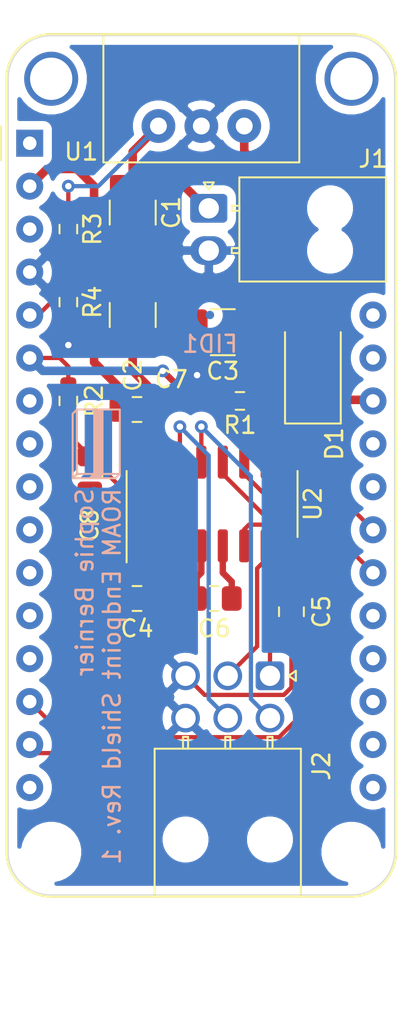
<source format=kicad_pcb>
(kicad_pcb (version 20171130) (host pcbnew "(5.1.10)-1")

  (general
    (thickness 1.6)
    (drawings 9)
    (tracks 125)
    (zones 0)
    (modules 20)
    (nets 23)
  )

  (page A4)
  (layers
    (0 F.Cu signal)
    (31 B.Cu signal hide)
    (32 B.Adhes user)
    (33 F.Adhes user)
    (34 B.Paste user)
    (35 F.Paste user)
    (36 B.SilkS user)
    (37 F.SilkS user)
    (38 B.Mask user hide)
    (39 F.Mask user)
    (40 Dwgs.User user)
    (41 Cmts.User user)
    (42 Eco1.User user)
    (43 Eco2.User user)
    (44 Edge.Cuts user)
    (45 Margin user)
    (46 B.CrtYd user)
    (47 F.CrtYd user)
    (48 B.Fab user)
    (49 F.Fab user)
  )

  (setup
    (last_trace_width 0.381)
    (user_trace_width 0.127)
    (user_trace_width 0.254)
    (user_trace_width 0.381)
    (user_trace_width 0.508)
    (trace_clearance 0.1524)
    (zone_clearance 0.508)
    (zone_45_only no)
    (trace_min 0.1524)
    (via_size 0.762)
    (via_drill 0.381)
    (via_min_size 0.254)
    (via_min_drill 0.254)
    (uvia_size 0.3)
    (uvia_drill 0.1)
    (uvias_allowed no)
    (uvia_min_size 0.2)
    (uvia_min_drill 0.1)
    (edge_width 0.05)
    (segment_width 0.2)
    (pcb_text_width 0.3)
    (pcb_text_size 1.5 1.5)
    (mod_edge_width 0.12)
    (mod_text_size 1 1)
    (mod_text_width 0.15)
    (pad_size 0.254 0.254)
    (pad_drill 0)
    (pad_to_mask_clearance 0.0508)
    (solder_mask_min_width 0.1016)
    (aux_axis_origin 0 0)
    (visible_elements 7FFFFFFF)
    (pcbplotparams
      (layerselection 0x010fc_ffffffff)
      (usegerberextensions false)
      (usegerberattributes true)
      (usegerberadvancedattributes true)
      (creategerberjobfile true)
      (excludeedgelayer true)
      (linewidth 0.100000)
      (plotframeref false)
      (viasonmask false)
      (mode 1)
      (useauxorigin false)
      (hpglpennumber 1)
      (hpglpenspeed 20)
      (hpglpendiameter 15.000000)
      (psnegative false)
      (psa4output false)
      (plotreference true)
      (plotvalue true)
      (plotinvisibletext false)
      (padsonsilk false)
      (subtractmaskfromsilk false)
      (outputformat 1)
      (mirror false)
      (drillshape 0)
      (scaleselection 1)
      (outputdirectory ""))
  )

  (net 0 "")
  (net 1 +VDC)
  (net 2 "Net-(C1-Pad1)")
  (net 3 GND)
  (net 4 +4V)
  (net 5 "Net-(C4-Pad1)")
  (net 6 "Net-(C4-Pad2)")
  (net 7 "Net-(C5-Pad2)")
  (net 8 "Net-(C6-Pad1)")
  (net 9 "Net-(C6-Pad2)")
  (net 10 +3V3)
  (net 11 "Net-(C8-Pad2)")
  (net 12 /T2OUT)
  (net 13 /R2IN)
  (net 14 /R2OUT)
  (net 15 /T2IN)
  (net 16 /T1IN)
  (net 17 /R1OUT)
  (net 18 /R1IN)
  (net 19 /T1OUT)
  (net 20 /VBUS_LVL)
  (net 21 /VBATT_LVL)
  (net 22 VBUS)

  (net_class Default "This is the default net class."
    (clearance 0.1524)
    (trace_width 0.254)
    (via_dia 0.762)
    (via_drill 0.381)
    (uvia_dia 0.3)
    (uvia_drill 0.1)
    (add_net +3V3)
    (add_net +4V)
    (add_net +VDC)
    (add_net /R1IN)
    (add_net /R1OUT)
    (add_net /R2IN)
    (add_net /R2OUT)
    (add_net /T1IN)
    (add_net /T1OUT)
    (add_net /T2IN)
    (add_net /T2OUT)
    (add_net /VBATT_LVL)
    (add_net /VBUS_LVL)
    (add_net GND)
    (add_net "Net-(C1-Pad1)")
    (add_net "Net-(C4-Pad1)")
    (add_net "Net-(C4-Pad2)")
    (add_net "Net-(C5-Pad2)")
    (add_net "Net-(C6-Pad1)")
    (add_net "Net-(C6-Pad2)")
    (add_net "Net-(C8-Pad2)")
    (add_net VBUS)
  )

  (module "Remote Ocean Acidification Monitor:TRAHR" (layer B.Cu) (tedit 611EB739) (tstamp 611F1151)
    (at 132.08 102.87 270)
    (fp_text reference REF** (at 0 2.032 270) (layer Cmts.User)
      (effects (font (size 1 1) (thickness 0.15)))
    )
    (fp_text value TRAHR (at 0 -2.54 270) (layer B.Fab)
      (effects (font (size 1 1) (thickness 0.15) italic) (justify mirror))
    )
    (fp_line (start -2.032 1.016) (end -2.032 -1.524) (layer B.SilkS) (width 0.12))
    (fp_line (start -2.032 -1.524) (end 1.778 -1.524) (layer B.SilkS) (width 0.12))
    (fp_line (start 1.778 -1.524) (end 1.778 1.016) (layer B.SilkS) (width 0.12))
    (fp_line (start 1.778 1.016) (end -2.032 1.016) (layer B.SilkS) (width 0.12))
    (fp_line (start -2.032 1.016) (end -1.778 1.27) (layer B.SilkS) (width 0.12))
    (fp_line (start -1.778 1.27) (end 2.032 1.27) (layer B.SilkS) (width 0.12))
    (fp_line (start 2.032 1.27) (end 1.778 1.016) (layer B.SilkS) (width 0.12))
    (fp_line (start 1.778 1.016) (end 2.032 1.27) (layer B.SilkS) (width 0.12))
    (fp_line (start 2.032 1.27) (end 2.032 -1.27) (layer B.SilkS) (width 0.12))
    (fp_line (start 2.032 -1.27) (end 1.778 -1.524) (layer B.SilkS) (width 0.12))
    (fp_line (start 1.778 0) (end 2.032 0.254) (layer B.SilkS) (width 0.12))
    (fp_poly (pts (xy 1.778 -0.508) (xy -2.032 -0.508) (xy -2.032 0) (xy 1.778 0)) (layer B.SilkS) (width 0.1))
    (fp_poly (pts (xy 2.032 -0.254) (xy 1.778 -0.508) (xy 1.778 0) (xy 2.032 0.254)) (layer B.SilkS) (width 0.1))
    (pad 1 smd custom (at 0.508 0.254 270) (size 0.254 0.254) (layers B.Cu B.Mask)
      (zone_connect 0)
      (options (clearance outline) (anchor rect))
      (primitives
        (gr_poly (pts
           (xy 1.524 0) (xy 1.27 -0.254) (xy -2.54 -0.254) (xy -2.54 0.254) (xy 1.27 0.254)
           (xy 1.524 0.508)) (width 0.1))
      ))
    (pad 2 smd custom (at 0.508 -0.762 270) (size 0.254 0.254) (layers B.Cu B.Mask)
      (zone_connect 0)
      (options (clearance outline) (anchor rect))
      (primitives
        (gr_poly (pts
           (xy 1.524 0) (xy 1.27 -0.254) (xy -2.54 -0.254) (xy -2.54 0.254) (xy 1.27 0.254)
           (xy 1.524 0.508)) (width 0.1))
      ))
  )

  (module Connector_Molex:Molex_Nano-Fit_105313-xx02_1x02_P2.50mm_Horizontal (layer F.Cu) (tedit 5B782416) (tstamp 611B267E)
    (at 138.87 88.94)
    (descr "Molex Nano-Fit Power Connectors, 105313-xx02, 2 Pins per row (http://www.molex.com/pdm_docs/sd/1053131208_sd.pdf), generated with kicad-footprint-generator")
    (tags "connector Molex Nano-Fit top entry")
    (path /611F7F53)
    (fp_text reference J1 (at 9.72 -2.92) (layer F.SilkS)
      (effects (font (size 1 1) (thickness 0.15)))
    )
    (fp_text value Conn_01x02 (at 6.15 5.42) (layer F.Fab)
      (effects (font (size 1 1) (thickness 0.15)))
    )
    (fp_line (start 10.88 -2.22) (end -1.6 -2.22) (layer F.CrtYd) (width 0.05))
    (fp_line (start 10.88 4.72) (end 10.88 -2.22) (layer F.CrtYd) (width 0.05))
    (fp_line (start -1.6 4.72) (end 10.88 4.72) (layer F.CrtYd) (width 0.05))
    (fp_line (start -1.6 -2.22) (end -1.6 4.72) (layer F.CrtYd) (width 0.05))
    (fp_line (start -0.3 -1.534264) (end 0 -1.11) (layer F.Fab) (width 0.1))
    (fp_line (start 0.3 -1.534264) (end -0.3 -1.534264) (layer F.Fab) (width 0.1))
    (fp_line (start 0 -1.11) (end 0.3 -1.534264) (layer F.Fab) (width 0.1))
    (fp_line (start -0.3 -1.534264) (end 0 -1.11) (layer F.SilkS) (width 0.12))
    (fp_line (start 0.3 -1.534264) (end -0.3 -1.534264) (layer F.SilkS) (width 0.12))
    (fp_line (start 0 -1.11) (end 0.3 -1.534264) (layer F.SilkS) (width 0.12))
    (fp_line (start 1.36 2.65) (end 1.81 2.65) (layer F.SilkS) (width 0.12))
    (fp_line (start 1.36 2.35) (end 1.36 2.65) (layer F.SilkS) (width 0.12))
    (fp_line (start 1.81 2.35) (end 1.36 2.35) (layer F.SilkS) (width 0.12))
    (fp_line (start 1.81 2.65) (end 1.81 2.35) (layer F.SilkS) (width 0.12))
    (fp_line (start 1.36 0.15) (end 1.81 0.15) (layer F.SilkS) (width 0.12))
    (fp_line (start 1.36 -0.15) (end 1.36 0.15) (layer F.SilkS) (width 0.12))
    (fp_line (start 1.81 -0.15) (end 1.36 -0.15) (layer F.SilkS) (width 0.12))
    (fp_line (start 1.81 0.15) (end 1.81 -0.15) (layer F.SilkS) (width 0.12))
    (fp_line (start 10.49 -1.83) (end 1.81 -1.83) (layer F.SilkS) (width 0.12))
    (fp_line (start 10.49 4.33) (end 10.49 -1.83) (layer F.SilkS) (width 0.12))
    (fp_line (start 1.81 4.33) (end 10.49 4.33) (layer F.SilkS) (width 0.12))
    (fp_line (start 1.81 -1.83) (end 1.81 4.33) (layer F.SilkS) (width 0.12))
    (fp_line (start 10.38 -1.72) (end 1.92 -1.72) (layer F.Fab) (width 0.1))
    (fp_line (start 10.38 4.22) (end 10.38 -1.72) (layer F.Fab) (width 0.1))
    (fp_line (start 1.92 4.22) (end 10.38 4.22) (layer F.Fab) (width 0.1))
    (fp_line (start 1.92 -1.72) (end 1.92 4.22) (layer F.Fab) (width 0.1))
    (fp_text user %R (at 6.15 3.52) (layer F.Fab)
      (effects (font (size 1 1) (thickness 0.15)))
    )
    (pad "" np_thru_hole circle (at 7.18 2.5) (size 1.7 1.7) (drill 1.7) (layers *.Cu *.Mask))
    (pad "" np_thru_hole circle (at 7.18 0) (size 1.7 1.7) (drill 1.7) (layers *.Cu *.Mask))
    (pad 2 thru_hole oval (at 0 2.5) (size 2.2 1.7) (drill 1.2) (layers *.Cu *.Mask)
      (net 3 GND))
    (pad 1 thru_hole roundrect (at 0 0) (size 2.2 1.7) (drill 1.2) (layers *.Cu *.Mask) (roundrect_rratio 0.1470588235294118)
      (net 1 +VDC))
    (model ${KISYS3DMOD}/Connector_Molex.3dshapes/Molex_Nano-Fit_105313-xx02_1x02_P2.50mm_Horizontal.wrl
      (at (xyz 0 0 0))
      (scale (xyz 1 1 1))
      (rotate (xyz 0 0 0))
    )
  )

  (module Diode_SMD:D_SMA (layer F.Cu) (tedit 586432E5) (tstamp 611B2660)
    (at 145.034 98.266 90)
    (descr "Diode SMA (DO-214AC)")
    (tags "Diode SMA (DO-214AC)")
    (path /6122BEAE)
    (attr smd)
    (fp_text reference D1 (at -4.604 1.27 90) (layer F.SilkS)
      (effects (font (size 1 1) (thickness 0.15)))
    )
    (fp_text value B140-E3 (at 0 2.6 90) (layer F.Fab)
      (effects (font (size 1 1) (thickness 0.15)))
    )
    (fp_line (start -3.4 -1.65) (end 2 -1.65) (layer F.SilkS) (width 0.12))
    (fp_line (start -3.4 1.65) (end 2 1.65) (layer F.SilkS) (width 0.12))
    (fp_line (start -0.64944 0.00102) (end 0.50118 -0.79908) (layer F.Fab) (width 0.1))
    (fp_line (start -0.64944 0.00102) (end 0.50118 0.75032) (layer F.Fab) (width 0.1))
    (fp_line (start 0.50118 0.75032) (end 0.50118 -0.79908) (layer F.Fab) (width 0.1))
    (fp_line (start -0.64944 -0.79908) (end -0.64944 0.80112) (layer F.Fab) (width 0.1))
    (fp_line (start 0.50118 0.00102) (end 1.4994 0.00102) (layer F.Fab) (width 0.1))
    (fp_line (start -0.64944 0.00102) (end -1.55114 0.00102) (layer F.Fab) (width 0.1))
    (fp_line (start -3.5 1.75) (end -3.5 -1.75) (layer F.CrtYd) (width 0.05))
    (fp_line (start 3.5 1.75) (end -3.5 1.75) (layer F.CrtYd) (width 0.05))
    (fp_line (start 3.5 -1.75) (end 3.5 1.75) (layer F.CrtYd) (width 0.05))
    (fp_line (start -3.5 -1.75) (end 3.5 -1.75) (layer F.CrtYd) (width 0.05))
    (fp_line (start 2.3 -1.5) (end -2.3 -1.5) (layer F.Fab) (width 0.1))
    (fp_line (start 2.3 -1.5) (end 2.3 1.5) (layer F.Fab) (width 0.1))
    (fp_line (start -2.3 1.5) (end -2.3 -1.5) (layer F.Fab) (width 0.1))
    (fp_line (start 2.3 1.5) (end -2.3 1.5) (layer F.Fab) (width 0.1))
    (fp_line (start -3.4 -1.65) (end -3.4 1.65) (layer F.SilkS) (width 0.12))
    (fp_text user %R (at 0 -2.5 90) (layer F.Fab)
      (effects (font (size 1 1) (thickness 0.15)))
    )
    (pad 2 smd rect (at 2 0 90) (size 2.5 1.8) (layers F.Cu F.Paste F.Mask)
      (net 4 +4V))
    (pad 1 smd rect (at -2 0 90) (size 2.5 1.8) (layers F.Cu F.Paste F.Mask)
      (net 22 VBUS))
    (model ${KISYS3DMOD}/Diode_SMD.3dshapes/D_SMA.wrl
      (at (xyz 0 0 0))
      (scale (xyz 1 1 1))
      (rotate (xyz 0 0 0))
    )
  )

  (module Connector_Molex:Molex_Nano-Fit_105314-xx06_2x03_P2.50mm_Horizontal (layer F.Cu) (tedit 5B782416) (tstamp 611B26A0)
    (at 142.494 116.586 270)
    (descr "Molex Nano-Fit Power Connectors, 105314-xx06, 3 Pins per row (http://www.molex.com/pdm_docs/sd/1053141208_sd.pdf), generated with kicad-footprint-generator")
    (tags "connector Molex Nano-Fit top entry")
    (path /61215810)
    (fp_text reference J2 (at 5.334 -3.048 90) (layer F.SilkS)
      (effects (font (size 1 1) (thickness 0.15)))
    )
    (fp_text value Conn_02x03_Counter_Clockwise (at 8.65 7.92 90) (layer F.Fab)
      (effects (font (size 1 1) (thickness 0.15)))
    )
    (fp_line (start 13.38 -2.22) (end -1.35 -2.22) (layer F.CrtYd) (width 0.05))
    (fp_line (start 13.38 7.22) (end 13.38 -2.22) (layer F.CrtYd) (width 0.05))
    (fp_line (start -1.35 7.22) (end 13.38 7.22) (layer F.CrtYd) (width 0.05))
    (fp_line (start -1.35 -2.22) (end -1.35 7.22) (layer F.CrtYd) (width 0.05))
    (fp_line (start -0.3 -1.534264) (end 0 -1.11) (layer F.Fab) (width 0.1))
    (fp_line (start 0.3 -1.534264) (end -0.3 -1.534264) (layer F.Fab) (width 0.1))
    (fp_line (start 0 -1.11) (end 0.3 -1.534264) (layer F.Fab) (width 0.1))
    (fp_line (start -0.3 -1.534264) (end 0 -1.11) (layer F.SilkS) (width 0.12))
    (fp_line (start 0.3 -1.534264) (end -0.3 -1.534264) (layer F.SilkS) (width 0.12))
    (fp_line (start 0 -1.11) (end 0.3 -1.534264) (layer F.SilkS) (width 0.12))
    (fp_line (start 3.61 5.15) (end 4.31 5.15) (layer F.SilkS) (width 0.12))
    (fp_line (start 3.61 4.85) (end 3.61 5.15) (layer F.SilkS) (width 0.12))
    (fp_line (start 4.31 4.85) (end 3.61 4.85) (layer F.SilkS) (width 0.12))
    (fp_line (start 4.31 5.15) (end 4.31 4.85) (layer F.SilkS) (width 0.12))
    (fp_line (start 3.61 2.65) (end 4.31 2.65) (layer F.SilkS) (width 0.12))
    (fp_line (start 3.61 2.35) (end 3.61 2.65) (layer F.SilkS) (width 0.12))
    (fp_line (start 4.31 2.35) (end 3.61 2.35) (layer F.SilkS) (width 0.12))
    (fp_line (start 4.31 2.65) (end 4.31 2.35) (layer F.SilkS) (width 0.12))
    (fp_line (start 3.61 0.15) (end 4.31 0.15) (layer F.SilkS) (width 0.12))
    (fp_line (start 3.61 -0.15) (end 3.61 0.15) (layer F.SilkS) (width 0.12))
    (fp_line (start 4.31 -0.15) (end 3.61 -0.15) (layer F.SilkS) (width 0.12))
    (fp_line (start 4.31 0.15) (end 4.31 -0.15) (layer F.SilkS) (width 0.12))
    (fp_line (start 12.99 -1.83) (end 4.31 -1.83) (layer F.SilkS) (width 0.12))
    (fp_line (start 12.99 6.83) (end 12.99 -1.83) (layer F.SilkS) (width 0.12))
    (fp_line (start 4.31 6.83) (end 12.99 6.83) (layer F.SilkS) (width 0.12))
    (fp_line (start 4.31 -1.83) (end 4.31 6.83) (layer F.SilkS) (width 0.12))
    (fp_line (start 12.88 -1.72) (end 4.42 -1.72) (layer F.Fab) (width 0.1))
    (fp_line (start 12.88 6.72) (end 12.88 -1.72) (layer F.Fab) (width 0.1))
    (fp_line (start 4.42 6.72) (end 12.88 6.72) (layer F.Fab) (width 0.1))
    (fp_line (start 4.42 -1.72) (end 4.42 6.72) (layer F.Fab) (width 0.1))
    (fp_text user %R (at 8.65 6.02 90) (layer F.Fab)
      (effects (font (size 1 1) (thickness 0.15)))
    )
    (pad "" np_thru_hole circle (at 9.68 5 270) (size 1.7 1.7) (drill 1.7) (layers *.Cu *.Mask))
    (pad "" np_thru_hole circle (at 9.68 0 270) (size 1.7 1.7) (drill 1.7) (layers *.Cu *.Mask))
    (pad 6 thru_hole circle (at 2.5 5 270) (size 1.7 1.7) (drill 1.2) (layers *.Cu *.Mask)
      (net 3 GND))
    (pad 5 thru_hole circle (at 2.5 2.5 270) (size 1.7 1.7) (drill 1.2) (layers *.Cu *.Mask)
      (net 19 /T1OUT))
    (pad 4 thru_hole circle (at 2.5 0 270) (size 1.7 1.7) (drill 1.2) (layers *.Cu *.Mask)
      (net 18 /R1IN))
    (pad 3 thru_hole circle (at 0 5 270) (size 1.7 1.7) (drill 1.2) (layers *.Cu *.Mask)
      (net 3 GND))
    (pad 2 thru_hole circle (at 0 2.5 270) (size 1.7 1.7) (drill 1.2) (layers *.Cu *.Mask)
      (net 12 /T2OUT))
    (pad 1 thru_hole roundrect (at 0 0 270) (size 1.7 1.7) (drill 1.2) (layers *.Cu *.Mask) (roundrect_rratio 0.1470588235294118)
      (net 13 /R2IN))
    (model ${KISYS3DMOD}/Connector_Molex.3dshapes/Molex_Nano-Fit_105314-xx06_2x03_P2.50mm_Horizontal.wrl
      (at (xyz 0 0 0))
      (scale (xyz 1 1 1))
      (rotate (xyz 0 0 0))
    )
  )

  (module MCU_Module_Adafruit:Adafruit_Feather_WithMountingHoles (layer F.Cu) (tedit 5F74A135) (tstamp 611C3588)
    (at 128.27 85.09)
    (descr "Common footprint for the Adafruit Feather series of boards, https://learn.adafruit.com/adafruit-feather/feather-specification")
    (tags "Adafruit Feather")
    (path /612168AF)
    (fp_text reference A1 (at 5.334 -7.62) (layer Cmts.User)
      (effects (font (size 1 1) (thickness 0.15)))
    )
    (fp_text value Adafruit_Feather_Generic (at 10.16 45.72 180) (layer F.Fab)
      (effects (font (size 1 1) (thickness 0.15)))
    )
    (fp_line (start -0.381 0) (end -1.27 0.889) (layer F.Fab) (width 0.1))
    (fp_line (start -1.27 -0.889) (end -0.381 0) (layer F.Fab) (width 0.1))
    (fp_line (start -1.7 1) (end -1.7 -1) (layer F.SilkS) (width 0.12))
    (fp_line (start 19.05 -6.6) (end 1.27 -6.6) (layer F.CrtYd) (width 0.05))
    (fp_line (start 21.59 41.91) (end 21.59 -3.81) (layer F.Fab) (width 0.1))
    (fp_line (start 1.27 44.45) (end 19.05 44.45) (layer F.Fab) (width 0.1))
    (fp_line (start -1.27 -3.81) (end -1.27 41.91) (layer F.Fab) (width 0.1))
    (fp_line (start 19.05 -6.35) (end 1.27 -6.35) (layer F.Fab) (width 0.1))
    (fp_line (start -1.38 -3.81) (end -1.38 41.91) (layer F.SilkS) (width 0.12))
    (fp_line (start 21.7 -3.81) (end 21.7 41.91) (layer F.SilkS) (width 0.12))
    (fp_line (start 19.05 44.56) (end 1.27 44.56) (layer F.SilkS) (width 0.12))
    (fp_line (start 19.05 -6.46) (end 1.27 -6.46) (layer F.SilkS) (width 0.12))
    (fp_line (start -1.52 41.91) (end -1.52 -3.81) (layer F.CrtYd) (width 0.05))
    (fp_line (start 19.05 44.7) (end 1.27 44.7) (layer F.CrtYd) (width 0.05))
    (fp_line (start 21.84 41.91) (end 21.84 -3.81) (layer F.CrtYd) (width 0.05))
    (fp_arc (start 19.05 -3.81) (end 21.84 -3.81) (angle -90) (layer F.CrtYd) (width 0.05))
    (fp_arc (start 1.27 -3.81) (end 1.27 -6.6) (angle -90) (layer F.CrtYd) (width 0.05))
    (fp_arc (start 19.05 41.91) (end 21.59 41.91) (angle 90) (layer F.Fab) (width 0.1))
    (fp_arc (start 1.27 41.91) (end -1.27 41.91) (angle -88.9) (layer F.Fab) (width 0.1))
    (fp_arc (start 1.27 -3.81) (end -1.27 -3.81) (angle 90) (layer F.Fab) (width 0.1))
    (fp_arc (start 19.05 -3.81) (end 19.05 -6.35) (angle 90) (layer F.Fab) (width 0.1))
    (fp_arc (start 1.27 41.91) (end -1.38 41.91) (angle -90) (layer F.SilkS) (width 0.12))
    (fp_arc (start 19.05 41.91) (end 19.05 44.56) (angle -90) (layer F.SilkS) (width 0.12))
    (fp_arc (start 1.27 -3.81) (end 1.27 -6.46) (angle -90) (layer F.SilkS) (width 0.12))
    (fp_arc (start 19.05 -3.81) (end 21.7 -3.81) (angle -90) (layer F.SilkS) (width 0.12))
    (fp_arc (start 1.27 41.91) (end -1.52 41.91) (angle -90) (layer F.CrtYd) (width 0.05))
    (fp_arc (start 19.05 41.91) (end 19.05 44.7) (angle -90) (layer F.CrtYd) (width 0.05))
    (fp_text user %R (at 10.16 19.05 180) (layer F.Fab)
      (effects (font (size 1 1) (thickness 0.15)))
    )
    (pad 16 thru_hole circle (at 0 38.1 180) (size 1.6 1.6) (drill 0.8) (layers *.Cu *.Mask))
    (pad 15 thru_hole circle (at 0 35.56 180) (size 1.6 1.6) (drill 0.8) (layers *.Cu *.Mask)
      (net 16 /T1IN))
    (pad 14 thru_hole circle (at 0 33.02 180) (size 1.6 1.6) (drill 0.8) (layers *.Cu *.Mask)
      (net 17 /R1OUT))
    (pad 13 thru_hole circle (at 0 30.48 180) (size 1.6 1.6) (drill 0.8) (layers *.Cu *.Mask))
    (pad 12 thru_hole circle (at 0 27.94 180) (size 1.6 1.6) (drill 0.8) (layers *.Cu *.Mask))
    (pad 11 thru_hole circle (at 0 25.4 180) (size 1.6 1.6) (drill 0.8) (layers *.Cu *.Mask))
    (pad 10 thru_hole circle (at 0 22.86 180) (size 1.6 1.6) (drill 0.8) (layers *.Cu *.Mask))
    (pad 9 thru_hole circle (at 0 20.32 180) (size 1.6 1.6) (drill 0.8) (layers *.Cu *.Mask))
    (pad 8 thru_hole circle (at 0 17.78 180) (size 1.6 1.6) (drill 0.8) (layers *.Cu *.Mask))
    (pad 7 thru_hole circle (at 0 15.24 180) (size 1.6 1.6) (drill 0.8) (layers *.Cu *.Mask))
    (pad 6 thru_hole circle (at 0 12.7 180) (size 1.6 1.6) (drill 0.8) (layers *.Cu *.Mask)
      (net 20 /VBUS_LVL))
    (pad 5 thru_hole circle (at 0 10.16 180) (size 1.6 1.6) (drill 0.8) (layers *.Cu *.Mask)
      (net 21 /VBATT_LVL))
    (pad 4 thru_hole circle (at 0 7.62 180) (size 1.6 1.6) (drill 0.8) (layers *.Cu *.Mask)
      (net 3 GND))
    (pad 3 thru_hole circle (at 0 5.08 180) (size 1.6 1.6) (drill 0.8) (layers *.Cu *.Mask))
    (pad 2 thru_hole circle (at 0 2.54 180) (size 1.6 1.6) (drill 0.8) (layers *.Cu *.Mask)
      (net 10 +3V3))
    (pad 1 thru_hole rect (at 0 0 180) (size 1.6 1.6) (drill 0.8) (layers *.Cu *.Mask))
    (pad 28 thru_hole circle (at 20.32 10.16 180) (size 1.6 1.6) (drill 0.8) (layers *.Cu *.Mask))
    (pad 27 thru_hole circle (at 20.32 12.7 180) (size 1.6 1.6) (drill 0.8) (layers *.Cu *.Mask))
    (pad 26 thru_hole circle (at 20.32 15.24 180) (size 1.6 1.6) (drill 0.8) (layers *.Cu *.Mask)
      (net 22 VBUS))
    (pad 25 thru_hole circle (at 20.32 17.78 180) (size 1.6 1.6) (drill 0.8) (layers *.Cu *.Mask))
    (pad 24 thru_hole circle (at 20.32 20.32 180) (size 1.6 1.6) (drill 0.8) (layers *.Cu *.Mask))
    (pad 23 thru_hole circle (at 20.32 22.86 180) (size 1.6 1.6) (drill 0.8) (layers *.Cu *.Mask)
      (net 14 /R2OUT))
    (pad 22 thru_hole circle (at 20.32 25.4 180) (size 1.6 1.6) (drill 0.8) (layers *.Cu *.Mask)
      (net 15 /T2IN))
    (pad 21 thru_hole circle (at 20.32 27.94 180) (size 1.6 1.6) (drill 0.8) (layers *.Cu *.Mask))
    (pad 20 thru_hole circle (at 20.32 30.48 180) (size 1.6 1.6) (drill 0.8) (layers *.Cu *.Mask))
    (pad 19 thru_hole circle (at 20.32 33.02 180) (size 1.6 1.6) (drill 0.8) (layers *.Cu *.Mask))
    (pad 18 thru_hole circle (at 20.32 35.56 180) (size 1.6 1.6) (drill 0.8) (layers *.Cu *.Mask))
    (pad 17 thru_hole circle (at 20.32 38.1 180) (size 1.6 1.6) (drill 0.8) (layers *.Cu *.Mask))
    (pad "" np_thru_hole circle (at 19.05 -3.81 270) (size 3.2 3.2) (drill 2.5) (layers *.Cu *.Mask))
    (pad "" np_thru_hole circle (at 19.05 41.91 270) (size 2.54 2.54) (drill 2.54) (layers *.Cu *.Mask))
    (pad "" np_thru_hole circle (at 1.27 -3.81 270) (size 3.2 3.2) (drill 2.5) (layers *.Cu *.Mask))
    (pad "" np_thru_hole circle (at 1.27 41.91 270) (size 2.54 2.54) (drill 2.54) (layers *.Cu *.Mask))
    (model ${KISYS3DMOD}/Module.3dshapes/Adafruit_Feather.wrl
      (at (xyz 0 0 0))
      (scale (xyz 1 1 1))
      (rotate (xyz 0 0 0))
    )
  )

  (module Capacitor_SMD:C_1210_3225Metric_Pad1.33x2.70mm_HandSolder (layer F.Cu) (tedit 5F68FEEF) (tstamp 611B25CA)
    (at 134.366 89.1925 90)
    (descr "Capacitor SMD 1210 (3225 Metric), square (rectangular) end terminal, IPC_7351 nominal with elongated pad for handsoldering. (Body size source: IPC-SM-782 page 76, https://www.pcb-3d.com/wordpress/wp-content/uploads/ipc-sm-782a_amendment_1_and_2.pdf), generated with kicad-footprint-generator")
    (tags "capacitor handsolder")
    (path /611B866A)
    (attr smd)
    (fp_text reference C1 (at 0 2.286 90) (layer F.SilkS)
      (effects (font (size 1 1) (thickness 0.15)))
    )
    (fp_text value 22uF,25V (at 0 2.3 90) (layer F.Fab)
      (effects (font (size 1 1) (thickness 0.15)))
    )
    (fp_line (start 2.48 1.6) (end -2.48 1.6) (layer F.CrtYd) (width 0.05))
    (fp_line (start 2.48 -1.6) (end 2.48 1.6) (layer F.CrtYd) (width 0.05))
    (fp_line (start -2.48 -1.6) (end 2.48 -1.6) (layer F.CrtYd) (width 0.05))
    (fp_line (start -2.48 1.6) (end -2.48 -1.6) (layer F.CrtYd) (width 0.05))
    (fp_line (start -0.711252 1.36) (end 0.711252 1.36) (layer F.SilkS) (width 0.12))
    (fp_line (start -0.711252 -1.36) (end 0.711252 -1.36) (layer F.SilkS) (width 0.12))
    (fp_line (start 1.6 1.25) (end -1.6 1.25) (layer F.Fab) (width 0.1))
    (fp_line (start 1.6 -1.25) (end 1.6 1.25) (layer F.Fab) (width 0.1))
    (fp_line (start -1.6 -1.25) (end 1.6 -1.25) (layer F.Fab) (width 0.1))
    (fp_line (start -1.6 1.25) (end -1.6 -1.25) (layer F.Fab) (width 0.1))
    (fp_text user %R (at 0 0 90) (layer F.Fab)
      (effects (font (size 0.8 0.8) (thickness 0.12)))
    )
    (pad 2 smd roundrect (at 1.5625 0 90) (size 1.325 2.7) (layers F.Cu F.Paste F.Mask) (roundrect_rratio 0.1886777358490566)
      (net 1 +VDC))
    (pad 1 smd roundrect (at -1.5625 0 90) (size 1.325 2.7) (layers F.Cu F.Paste F.Mask) (roundrect_rratio 0.1886777358490566)
      (net 2 "Net-(C1-Pad1)"))
    (model ${KISYS3DMOD}/Capacitor_SMD.3dshapes/C_1210_3225Metric.wrl
      (at (xyz 0 0 0))
      (scale (xyz 1 1 1))
      (rotate (xyz 0 0 0))
    )
  )

  (module Capacitor_SMD:C_1210_3225Metric_Pad1.33x2.70mm_HandSolder (layer F.Cu) (tedit 5F68FEEF) (tstamp 611B25DB)
    (at 134.366 95.25 90)
    (descr "Capacitor SMD 1210 (3225 Metric), square (rectangular) end terminal, IPC_7351 nominal with elongated pad for handsoldering. (Body size source: IPC-SM-782 page 76, https://www.pcb-3d.com/wordpress/wp-content/uploads/ipc-sm-782a_amendment_1_and_2.pdf), generated with kicad-footprint-generator")
    (tags "capacitor handsolder")
    (path /611B9500)
    (attr smd)
    (fp_text reference C2 (at -3.556 0 90) (layer F.SilkS)
      (effects (font (size 1 1) (thickness 0.15)))
    )
    (fp_text value 22uF,25V (at 0 2.3 90) (layer F.Fab)
      (effects (font (size 1 1) (thickness 0.15)))
    )
    (fp_line (start -1.6 1.25) (end -1.6 -1.25) (layer F.Fab) (width 0.1))
    (fp_line (start -1.6 -1.25) (end 1.6 -1.25) (layer F.Fab) (width 0.1))
    (fp_line (start 1.6 -1.25) (end 1.6 1.25) (layer F.Fab) (width 0.1))
    (fp_line (start 1.6 1.25) (end -1.6 1.25) (layer F.Fab) (width 0.1))
    (fp_line (start -0.711252 -1.36) (end 0.711252 -1.36) (layer F.SilkS) (width 0.12))
    (fp_line (start -0.711252 1.36) (end 0.711252 1.36) (layer F.SilkS) (width 0.12))
    (fp_line (start -2.48 1.6) (end -2.48 -1.6) (layer F.CrtYd) (width 0.05))
    (fp_line (start -2.48 -1.6) (end 2.48 -1.6) (layer F.CrtYd) (width 0.05))
    (fp_line (start 2.48 -1.6) (end 2.48 1.6) (layer F.CrtYd) (width 0.05))
    (fp_line (start 2.48 1.6) (end -2.48 1.6) (layer F.CrtYd) (width 0.05))
    (fp_text user %R (at 0 0 90) (layer F.Fab)
      (effects (font (size 0.8 0.8) (thickness 0.12)))
    )
    (pad 1 smd roundrect (at -1.5625 0 90) (size 1.325 2.7) (layers F.Cu F.Paste F.Mask) (roundrect_rratio 0.1886777358490566)
      (net 3 GND))
    (pad 2 smd roundrect (at 1.5625 0 90) (size 1.325 2.7) (layers F.Cu F.Paste F.Mask) (roundrect_rratio 0.1886777358490566)
      (net 2 "Net-(C1-Pad1)"))
    (model ${KISYS3DMOD}/Capacitor_SMD.3dshapes/C_1210_3225Metric.wrl
      (at (xyz 0 0 0))
      (scale (xyz 1 1 1))
      (rotate (xyz 0 0 0))
    )
  )

  (module Capacitor_SMD:C_1210_3225Metric_Pad1.33x2.70mm_HandSolder (layer F.Cu) (tedit 5F68FEEF) (tstamp 611B25EC)
    (at 139.7 96.266 180)
    (descr "Capacitor SMD 1210 (3225 Metric), square (rectangular) end terminal, IPC_7351 nominal with elongated pad for handsoldering. (Body size source: IPC-SM-782 page 76, https://www.pcb-3d.com/wordpress/wp-content/uploads/ipc-sm-782a_amendment_1_and_2.pdf), generated with kicad-footprint-generator")
    (tags "capacitor handsolder")
    (path /611BA262)
    (attr smd)
    (fp_text reference C3 (at 0 -2.3) (layer F.SilkS)
      (effects (font (size 1 1) (thickness 0.15)))
    )
    (fp_text value 22uF,25V (at 0 2.3) (layer F.Fab)
      (effects (font (size 1 1) (thickness 0.15)))
    )
    (fp_line (start -1.6 1.25) (end -1.6 -1.25) (layer F.Fab) (width 0.1))
    (fp_line (start -1.6 -1.25) (end 1.6 -1.25) (layer F.Fab) (width 0.1))
    (fp_line (start 1.6 -1.25) (end 1.6 1.25) (layer F.Fab) (width 0.1))
    (fp_line (start 1.6 1.25) (end -1.6 1.25) (layer F.Fab) (width 0.1))
    (fp_line (start -0.711252 -1.36) (end 0.711252 -1.36) (layer F.SilkS) (width 0.12))
    (fp_line (start -0.711252 1.36) (end 0.711252 1.36) (layer F.SilkS) (width 0.12))
    (fp_line (start -2.48 1.6) (end -2.48 -1.6) (layer F.CrtYd) (width 0.05))
    (fp_line (start -2.48 -1.6) (end 2.48 -1.6) (layer F.CrtYd) (width 0.05))
    (fp_line (start 2.48 -1.6) (end 2.48 1.6) (layer F.CrtYd) (width 0.05))
    (fp_line (start 2.48 1.6) (end -2.48 1.6) (layer F.CrtYd) (width 0.05))
    (fp_text user %R (at 0 0) (layer F.Fab)
      (effects (font (size 0.8 0.8) (thickness 0.12)))
    )
    (pad 1 smd roundrect (at -1.5625 0 180) (size 1.325 2.7) (layers F.Cu F.Paste F.Mask) (roundrect_rratio 0.1886777358490566)
      (net 4 +4V))
    (pad 2 smd roundrect (at 1.5625 0 180) (size 1.325 2.7) (layers F.Cu F.Paste F.Mask) (roundrect_rratio 0.1886777358490566)
      (net 3 GND))
    (model ${KISYS3DMOD}/Capacitor_SMD.3dshapes/C_1210_3225Metric.wrl
      (at (xyz 0 0 0))
      (scale (xyz 1 1 1))
      (rotate (xyz 0 0 0))
    )
  )

  (module Capacitor_SMD:C_0805_2012Metric_Pad1.18x1.45mm_HandSolder (layer F.Cu) (tedit 5F68FEEF) (tstamp 611B25FD)
    (at 134.62 112.014)
    (descr "Capacitor SMD 0805 (2012 Metric), square (rectangular) end terminal, IPC_7351 nominal with elongated pad for handsoldering. (Body size source: IPC-SM-782 page 76, https://www.pcb-3d.com/wordpress/wp-content/uploads/ipc-sm-782a_amendment_1_and_2.pdf, https://docs.google.com/spreadsheets/d/1BsfQQcO9C6DZCsRaXUlFlo91Tg2WpOkGARC1WS5S8t0/edit?usp=sharing), generated with kicad-footprint-generator")
    (tags "capacitor handsolder")
    (path /611C6521)
    (attr smd)
    (fp_text reference C4 (at 0 1.778) (layer F.SilkS)
      (effects (font (size 1 1) (thickness 0.15)))
    )
    (fp_text value 1uF (at 0 1.68) (layer F.Fab)
      (effects (font (size 1 1) (thickness 0.15)))
    )
    (fp_line (start -1 0.625) (end -1 -0.625) (layer F.Fab) (width 0.1))
    (fp_line (start -1 -0.625) (end 1 -0.625) (layer F.Fab) (width 0.1))
    (fp_line (start 1 -0.625) (end 1 0.625) (layer F.Fab) (width 0.1))
    (fp_line (start 1 0.625) (end -1 0.625) (layer F.Fab) (width 0.1))
    (fp_line (start -0.261252 -0.735) (end 0.261252 -0.735) (layer F.SilkS) (width 0.12))
    (fp_line (start -0.261252 0.735) (end 0.261252 0.735) (layer F.SilkS) (width 0.12))
    (fp_line (start -1.88 0.98) (end -1.88 -0.98) (layer F.CrtYd) (width 0.05))
    (fp_line (start -1.88 -0.98) (end 1.88 -0.98) (layer F.CrtYd) (width 0.05))
    (fp_line (start 1.88 -0.98) (end 1.88 0.98) (layer F.CrtYd) (width 0.05))
    (fp_line (start 1.88 0.98) (end -1.88 0.98) (layer F.CrtYd) (width 0.05))
    (fp_text user %R (at 0 0) (layer F.Fab)
      (effects (font (size 0.5 0.5) (thickness 0.08)))
    )
    (pad 1 smd roundrect (at -1.0375 0) (size 1.175 1.45) (layers F.Cu F.Paste F.Mask) (roundrect_rratio 0.2127659574468085)
      (net 5 "Net-(C4-Pad1)"))
    (pad 2 smd roundrect (at 1.0375 0) (size 1.175 1.45) (layers F.Cu F.Paste F.Mask) (roundrect_rratio 0.2127659574468085)
      (net 6 "Net-(C4-Pad2)"))
    (model ${KISYS3DMOD}/Capacitor_SMD.3dshapes/C_0805_2012Metric.wrl
      (at (xyz 0 0 0))
      (scale (xyz 1 1 1))
      (rotate (xyz 0 0 0))
    )
  )

  (module Capacitor_SMD:C_0805_2012Metric_Pad1.18x1.45mm_HandSolder (layer F.Cu) (tedit 5F68FEEF) (tstamp 611B260E)
    (at 143.764 112.7975 90)
    (descr "Capacitor SMD 0805 (2012 Metric), square (rectangular) end terminal, IPC_7351 nominal with elongated pad for handsoldering. (Body size source: IPC-SM-782 page 76, https://www.pcb-3d.com/wordpress/wp-content/uploads/ipc-sm-782a_amendment_1_and_2.pdf, https://docs.google.com/spreadsheets/d/1BsfQQcO9C6DZCsRaXUlFlo91Tg2WpOkGARC1WS5S8t0/edit?usp=sharing), generated with kicad-footprint-generator")
    (tags "capacitor handsolder")
    (path /611C99EA)
    (attr smd)
    (fp_text reference C5 (at 0 1.778 90) (layer F.SilkS)
      (effects (font (size 1 1) (thickness 0.15)))
    )
    (fp_text value 1uF (at 0 1.68 90) (layer F.Fab)
      (effects (font (size 1 1) (thickness 0.15)))
    )
    (fp_line (start -1 0.625) (end -1 -0.625) (layer F.Fab) (width 0.1))
    (fp_line (start -1 -0.625) (end 1 -0.625) (layer F.Fab) (width 0.1))
    (fp_line (start 1 -0.625) (end 1 0.625) (layer F.Fab) (width 0.1))
    (fp_line (start 1 0.625) (end -1 0.625) (layer F.Fab) (width 0.1))
    (fp_line (start -0.261252 -0.735) (end 0.261252 -0.735) (layer F.SilkS) (width 0.12))
    (fp_line (start -0.261252 0.735) (end 0.261252 0.735) (layer F.SilkS) (width 0.12))
    (fp_line (start -1.88 0.98) (end -1.88 -0.98) (layer F.CrtYd) (width 0.05))
    (fp_line (start -1.88 -0.98) (end 1.88 -0.98) (layer F.CrtYd) (width 0.05))
    (fp_line (start 1.88 -0.98) (end 1.88 0.98) (layer F.CrtYd) (width 0.05))
    (fp_line (start 1.88 0.98) (end -1.88 0.98) (layer F.CrtYd) (width 0.05))
    (fp_text user %R (at 0 0 90) (layer F.Fab)
      (effects (font (size 0.5 0.5) (thickness 0.08)))
    )
    (pad 1 smd roundrect (at -1.0375 0 90) (size 1.175 1.45) (layers F.Cu F.Paste F.Mask) (roundrect_rratio 0.2127659574468085)
      (net 3 GND))
    (pad 2 smd roundrect (at 1.0375 0 90) (size 1.175 1.45) (layers F.Cu F.Paste F.Mask) (roundrect_rratio 0.2127659574468085)
      (net 7 "Net-(C5-Pad2)"))
    (model ${KISYS3DMOD}/Capacitor_SMD.3dshapes/C_0805_2012Metric.wrl
      (at (xyz 0 0 0))
      (scale (xyz 1 1 1))
      (rotate (xyz 0 0 0))
    )
  )

  (module Capacitor_SMD:C_0805_2012Metric_Pad1.18x1.45mm_HandSolder (layer F.Cu) (tedit 5F68FEEF) (tstamp 611B261F)
    (at 139.192 112.014)
    (descr "Capacitor SMD 0805 (2012 Metric), square (rectangular) end terminal, IPC_7351 nominal with elongated pad for handsoldering. (Body size source: IPC-SM-782 page 76, https://www.pcb-3d.com/wordpress/wp-content/uploads/ipc-sm-782a_amendment_1_and_2.pdf, https://docs.google.com/spreadsheets/d/1BsfQQcO9C6DZCsRaXUlFlo91Tg2WpOkGARC1WS5S8t0/edit?usp=sharing), generated with kicad-footprint-generator")
    (tags "capacitor handsolder")
    (path /611C7CF2)
    (attr smd)
    (fp_text reference C6 (at 0 1.778) (layer F.SilkS)
      (effects (font (size 1 1) (thickness 0.15)))
    )
    (fp_text value 1uF (at 0 1.68) (layer F.Fab)
      (effects (font (size 1 1) (thickness 0.15)))
    )
    (fp_line (start -1 0.625) (end -1 -0.625) (layer F.Fab) (width 0.1))
    (fp_line (start -1 -0.625) (end 1 -0.625) (layer F.Fab) (width 0.1))
    (fp_line (start 1 -0.625) (end 1 0.625) (layer F.Fab) (width 0.1))
    (fp_line (start 1 0.625) (end -1 0.625) (layer F.Fab) (width 0.1))
    (fp_line (start -0.261252 -0.735) (end 0.261252 -0.735) (layer F.SilkS) (width 0.12))
    (fp_line (start -0.261252 0.735) (end 0.261252 0.735) (layer F.SilkS) (width 0.12))
    (fp_line (start -1.88 0.98) (end -1.88 -0.98) (layer F.CrtYd) (width 0.05))
    (fp_line (start -1.88 -0.98) (end 1.88 -0.98) (layer F.CrtYd) (width 0.05))
    (fp_line (start 1.88 -0.98) (end 1.88 0.98) (layer F.CrtYd) (width 0.05))
    (fp_line (start 1.88 0.98) (end -1.88 0.98) (layer F.CrtYd) (width 0.05))
    (fp_text user %R (at 0 0) (layer F.Fab)
      (effects (font (size 0.5 0.5) (thickness 0.08)))
    )
    (pad 1 smd roundrect (at -1.0375 0) (size 1.175 1.45) (layers F.Cu F.Paste F.Mask) (roundrect_rratio 0.2127659574468085)
      (net 8 "Net-(C6-Pad1)"))
    (pad 2 smd roundrect (at 1.0375 0) (size 1.175 1.45) (layers F.Cu F.Paste F.Mask) (roundrect_rratio 0.2127659574468085)
      (net 9 "Net-(C6-Pad2)"))
    (model ${KISYS3DMOD}/Capacitor_SMD.3dshapes/C_0805_2012Metric.wrl
      (at (xyz 0 0 0))
      (scale (xyz 1 1 1))
      (rotate (xyz 0 0 0))
    )
  )

  (module Capacitor_SMD:C_0805_2012Metric_Pad1.18x1.45mm_HandSolder (layer F.Cu) (tedit 5F68FEEF) (tstamp 611B2630)
    (at 134.62 100.838 180)
    (descr "Capacitor SMD 0805 (2012 Metric), square (rectangular) end terminal, IPC_7351 nominal with elongated pad for handsoldering. (Body size source: IPC-SM-782 page 76, https://www.pcb-3d.com/wordpress/wp-content/uploads/ipc-sm-782a_amendment_1_and_2.pdf, https://docs.google.com/spreadsheets/d/1BsfQQcO9C6DZCsRaXUlFlo91Tg2WpOkGARC1WS5S8t0/edit?usp=sharing), generated with kicad-footprint-generator")
    (tags "capacitor handsolder")
    (path /611C9F9C)
    (attr smd)
    (fp_text reference C7 (at -2.032 1.778) (layer F.SilkS)
      (effects (font (size 1 1) (thickness 0.15)))
    )
    (fp_text value 1uF (at 0 1.68) (layer F.Fab)
      (effects (font (size 1 1) (thickness 0.15)))
    )
    (fp_line (start 1.88 0.98) (end -1.88 0.98) (layer F.CrtYd) (width 0.05))
    (fp_line (start 1.88 -0.98) (end 1.88 0.98) (layer F.CrtYd) (width 0.05))
    (fp_line (start -1.88 -0.98) (end 1.88 -0.98) (layer F.CrtYd) (width 0.05))
    (fp_line (start -1.88 0.98) (end -1.88 -0.98) (layer F.CrtYd) (width 0.05))
    (fp_line (start -0.261252 0.735) (end 0.261252 0.735) (layer F.SilkS) (width 0.12))
    (fp_line (start -0.261252 -0.735) (end 0.261252 -0.735) (layer F.SilkS) (width 0.12))
    (fp_line (start 1 0.625) (end -1 0.625) (layer F.Fab) (width 0.1))
    (fp_line (start 1 -0.625) (end 1 0.625) (layer F.Fab) (width 0.1))
    (fp_line (start -1 -0.625) (end 1 -0.625) (layer F.Fab) (width 0.1))
    (fp_line (start -1 0.625) (end -1 -0.625) (layer F.Fab) (width 0.1))
    (fp_text user %R (at 0 0) (layer F.Fab)
      (effects (font (size 0.5 0.5) (thickness 0.08)))
    )
    (pad 2 smd roundrect (at 1.0375 0 180) (size 1.175 1.45) (layers F.Cu F.Paste F.Mask) (roundrect_rratio 0.2127659574468085)
      (net 10 +3V3))
    (pad 1 smd roundrect (at -1.0375 0 180) (size 1.175 1.45) (layers F.Cu F.Paste F.Mask) (roundrect_rratio 0.2127659574468085)
      (net 3 GND))
    (model ${KISYS3DMOD}/Capacitor_SMD.3dshapes/C_0805_2012Metric.wrl
      (at (xyz 0 0 0))
      (scale (xyz 1 1 1))
      (rotate (xyz 0 0 0))
    )
  )

  (module Capacitor_SMD:C_0805_2012Metric_Pad1.18x1.45mm_HandSolder (layer F.Cu) (tedit 5F68FEEF) (tstamp 611B2641)
    (at 131.826 104.648 270)
    (descr "Capacitor SMD 0805 (2012 Metric), square (rectangular) end terminal, IPC_7351 nominal with elongated pad for handsoldering. (Body size source: IPC-SM-782 page 76, https://www.pcb-3d.com/wordpress/wp-content/uploads/ipc-sm-782a_amendment_1_and_2.pdf, https://docs.google.com/spreadsheets/d/1BsfQQcO9C6DZCsRaXUlFlo91Tg2WpOkGARC1WS5S8t0/edit?usp=sharing), generated with kicad-footprint-generator")
    (tags "capacitor handsolder")
    (path /611C8388)
    (attr smd)
    (fp_text reference C8 (at 3.048 0 90) (layer F.SilkS)
      (effects (font (size 1 1) (thickness 0.15)))
    )
    (fp_text value 1uF (at 0 1.68 90) (layer F.Fab)
      (effects (font (size 1 1) (thickness 0.15)))
    )
    (fp_line (start 1.88 0.98) (end -1.88 0.98) (layer F.CrtYd) (width 0.05))
    (fp_line (start 1.88 -0.98) (end 1.88 0.98) (layer F.CrtYd) (width 0.05))
    (fp_line (start -1.88 -0.98) (end 1.88 -0.98) (layer F.CrtYd) (width 0.05))
    (fp_line (start -1.88 0.98) (end -1.88 -0.98) (layer F.CrtYd) (width 0.05))
    (fp_line (start -0.261252 0.735) (end 0.261252 0.735) (layer F.SilkS) (width 0.12))
    (fp_line (start -0.261252 -0.735) (end 0.261252 -0.735) (layer F.SilkS) (width 0.12))
    (fp_line (start 1 0.625) (end -1 0.625) (layer F.Fab) (width 0.1))
    (fp_line (start 1 -0.625) (end 1 0.625) (layer F.Fab) (width 0.1))
    (fp_line (start -1 -0.625) (end 1 -0.625) (layer F.Fab) (width 0.1))
    (fp_line (start -1 0.625) (end -1 -0.625) (layer F.Fab) (width 0.1))
    (fp_text user %R (at 0 0 90) (layer F.Fab)
      (effects (font (size 0.5 0.5) (thickness 0.08)))
    )
    (pad 2 smd roundrect (at 1.0375 0 270) (size 1.175 1.45) (layers F.Cu F.Paste F.Mask) (roundrect_rratio 0.2127659574468085)
      (net 11 "Net-(C8-Pad2)"))
    (pad 1 smd roundrect (at -1.0375 0 270) (size 1.175 1.45) (layers F.Cu F.Paste F.Mask) (roundrect_rratio 0.2127659574468085)
      (net 3 GND))
    (model ${KISYS3DMOD}/Capacitor_SMD.3dshapes/C_0805_2012Metric.wrl
      (at (xyz 0 0 0))
      (scale (xyz 1 1 1))
      (rotate (xyz 0 0 0))
    )
  )

  (module "Remote Ocean Acidification Monitor:K7803-500R3" (layer F.Cu) (tedit 611A91AC) (tstamp 611B26AB)
    (at 138.43 84.074)
    (path /611B1418)
    (fp_text reference U1 (at -7.112 1.524) (layer F.SilkS)
      (effects (font (size 1 1) (thickness 0.15)))
    )
    (fp_text value K7803-500R3 (at 0 -3) (layer F.Fab)
      (effects (font (size 1 1) (thickness 0.15)))
    )
    (fp_line (start 5.8 -5.4) (end 5.8 2.15) (layer F.SilkS) (width 0.12))
    (fp_line (start -5.8 -5.4) (end 5.8 -5.4) (layer F.SilkS) (width 0.12))
    (fp_line (start -5.8 2.15) (end -5.8 -5.4) (layer F.SilkS) (width 0.12))
    (fp_line (start 5.8 2.15) (end -5.8 2.15) (layer F.SilkS) (width 0.12))
    (pad 3 thru_hole circle (at 2.54 0) (size 2 2) (drill 1) (layers *.Cu *.Mask)
      (net 4 +4V))
    (pad 2 thru_hole circle (at 0 0) (size 2 2) (drill 1) (layers *.Cu *.Mask)
      (net 3 GND))
    (pad 1 thru_hole circle (at -2.54 0) (size 2 2) (drill 1) (layers *.Cu *.Mask)
      (net 1 +VDC))
  )

  (module Package_SO:SOIC-16_3.9x9.9mm_P1.27mm (layer F.Cu) (tedit 5D9F72B1) (tstamp 611B26CD)
    (at 139.065 106.426 90)
    (descr "SOIC, 16 Pin (JEDEC MS-012AC, https://www.analog.com/media/en/package-pcb-resources/package/pkg_pdf/soic_narrow-r/r_16.pdf), generated with kicad-footprint-generator ipc_gullwing_generator.py")
    (tags "SOIC SO")
    (path /611BBB25)
    (attr smd)
    (fp_text reference U2 (at 0 5.969 90) (layer F.SilkS)
      (effects (font (size 1 1) (thickness 0.15)))
    )
    (fp_text value MAX3232 (at 0 5.9 90) (layer F.Fab)
      (effects (font (size 1 1) (thickness 0.15)))
    )
    (fp_line (start 0 5.06) (end 1.95 5.06) (layer F.SilkS) (width 0.12))
    (fp_line (start 0 5.06) (end -1.95 5.06) (layer F.SilkS) (width 0.12))
    (fp_line (start 0 -5.06) (end 1.95 -5.06) (layer F.SilkS) (width 0.12))
    (fp_line (start 0 -5.06) (end -3.45 -5.06) (layer F.SilkS) (width 0.12))
    (fp_line (start -0.975 -4.95) (end 1.95 -4.95) (layer F.Fab) (width 0.1))
    (fp_line (start 1.95 -4.95) (end 1.95 4.95) (layer F.Fab) (width 0.1))
    (fp_line (start 1.95 4.95) (end -1.95 4.95) (layer F.Fab) (width 0.1))
    (fp_line (start -1.95 4.95) (end -1.95 -3.975) (layer F.Fab) (width 0.1))
    (fp_line (start -1.95 -3.975) (end -0.975 -4.95) (layer F.Fab) (width 0.1))
    (fp_line (start -3.7 -5.2) (end -3.7 5.2) (layer F.CrtYd) (width 0.05))
    (fp_line (start -3.7 5.2) (end 3.7 5.2) (layer F.CrtYd) (width 0.05))
    (fp_line (start 3.7 5.2) (end 3.7 -5.2) (layer F.CrtYd) (width 0.05))
    (fp_line (start 3.7 -5.2) (end -3.7 -5.2) (layer F.CrtYd) (width 0.05))
    (fp_text user %R (at 0 0 90) (layer F.Fab)
      (effects (font (size 0.98 0.98) (thickness 0.15)))
    )
    (pad 1 smd roundrect (at -2.475 -4.445 90) (size 1.95 0.6) (layers F.Cu F.Paste F.Mask) (roundrect_rratio 0.25)
      (net 5 "Net-(C4-Pad1)"))
    (pad 2 smd roundrect (at -2.475 -3.175 90) (size 1.95 0.6) (layers F.Cu F.Paste F.Mask) (roundrect_rratio 0.25)
      (net 11 "Net-(C8-Pad2)"))
    (pad 3 smd roundrect (at -2.475 -1.905 90) (size 1.95 0.6) (layers F.Cu F.Paste F.Mask) (roundrect_rratio 0.25)
      (net 6 "Net-(C4-Pad2)"))
    (pad 4 smd roundrect (at -2.475 -0.635 90) (size 1.95 0.6) (layers F.Cu F.Paste F.Mask) (roundrect_rratio 0.25)
      (net 8 "Net-(C6-Pad1)"))
    (pad 5 smd roundrect (at -2.475 0.635 90) (size 1.95 0.6) (layers F.Cu F.Paste F.Mask) (roundrect_rratio 0.25)
      (net 9 "Net-(C6-Pad2)"))
    (pad 6 smd roundrect (at -2.475 1.905 90) (size 1.95 0.6) (layers F.Cu F.Paste F.Mask) (roundrect_rratio 0.25)
      (net 7 "Net-(C5-Pad2)"))
    (pad 7 smd roundrect (at -2.475 3.175 90) (size 1.95 0.6) (layers F.Cu F.Paste F.Mask) (roundrect_rratio 0.25)
      (net 12 /T2OUT))
    (pad 8 smd roundrect (at -2.475 4.445 90) (size 1.95 0.6) (layers F.Cu F.Paste F.Mask) (roundrect_rratio 0.25)
      (net 13 /R2IN))
    (pad 9 smd roundrect (at 2.475 4.445 90) (size 1.95 0.6) (layers F.Cu F.Paste F.Mask) (roundrect_rratio 0.25)
      (net 14 /R2OUT))
    (pad 10 smd roundrect (at 2.475 3.175 90) (size 1.95 0.6) (layers F.Cu F.Paste F.Mask) (roundrect_rratio 0.25)
      (net 15 /T2IN))
    (pad 11 smd roundrect (at 2.475 1.905 90) (size 1.95 0.6) (layers F.Cu F.Paste F.Mask) (roundrect_rratio 0.25)
      (net 16 /T1IN))
    (pad 12 smd roundrect (at 2.475 0.635 90) (size 1.95 0.6) (layers F.Cu F.Paste F.Mask) (roundrect_rratio 0.25)
      (net 17 /R1OUT))
    (pad 13 smd roundrect (at 2.475 -0.635 90) (size 1.95 0.6) (layers F.Cu F.Paste F.Mask) (roundrect_rratio 0.25)
      (net 18 /R1IN))
    (pad 14 smd roundrect (at 2.475 -1.905 90) (size 1.95 0.6) (layers F.Cu F.Paste F.Mask) (roundrect_rratio 0.25)
      (net 19 /T1OUT))
    (pad 15 smd roundrect (at 2.475 -3.175 90) (size 1.95 0.6) (layers F.Cu F.Paste F.Mask) (roundrect_rratio 0.25)
      (net 3 GND))
    (pad 16 smd roundrect (at 2.475 -4.445 90) (size 1.95 0.6) (layers F.Cu F.Paste F.Mask) (roundrect_rratio 0.25)
      (net 10 +3V3))
    (model ${KISYS3DMOD}/Package_SO.3dshapes/SOIC-16_3.9x9.9mm_P1.27mm.wrl
      (at (xyz 0 0 0))
      (scale (xyz 1 1 1))
      (rotate (xyz 0 0 0))
    )
  )

  (module Fiducial:Fiducial_0.5mm_Mask1.5mm (layer B.Cu) (tedit 5C18D139) (tstamp 611E9911)
    (at 138.938 95.25)
    (descr "Circular Fiducial, 0.5mm bare copper, 1.5mm soldermask opening")
    (tags fiducial)
    (path /611E9950)
    (attr smd)
    (fp_text reference FID1 (at 0 1.7145) (layer B.SilkS)
      (effects (font (size 1 1) (thickness 0.15)) (justify mirror))
    )
    (fp_text value Fiducial (at 0 -1.7145) (layer B.Fab)
      (effects (font (size 1 1) (thickness 0.15)) (justify mirror))
    )
    (fp_circle (center 0 0) (end 1 0) (layer B.CrtYd) (width 0.05))
    (fp_circle (center 0 0) (end 0.75 0) (layer B.Fab) (width 0.1))
    (fp_text user %R (at 0 0) (layer B.Fab)
      (effects (font (size 0.2 0.2) (thickness 0.04)) (justify mirror))
    )
    (pad "" smd circle (at 0 0) (size 0.5 0.5) (layers B.Cu B.Mask)
      (solder_mask_margin 0.5) (clearance 0.5))
  )

  (module Resistor_SMD:R_0603_1608Metric_Pad0.98x0.95mm_HandSolder (layer F.Cu) (tedit 5F68FEEE) (tstamp 611E9922)
    (at 140.716 100.33 180)
    (descr "Resistor SMD 0603 (1608 Metric), square (rectangular) end terminal, IPC_7351 nominal with elongated pad for handsoldering. (Body size source: IPC-SM-782 page 72, https://www.pcb-3d.com/wordpress/wp-content/uploads/ipc-sm-782a_amendment_1_and_2.pdf), generated with kicad-footprint-generator")
    (tags "resistor handsolder")
    (path /611F5542)
    (attr smd)
    (fp_text reference R1 (at 0 -1.43) (layer F.SilkS)
      (effects (font (size 1 1) (thickness 0.15)))
    )
    (fp_text value 3.74k (at 0 1.43) (layer F.Fab)
      (effects (font (size 1 1) (thickness 0.15)))
    )
    (fp_text user %R (at 0 0) (layer F.Fab)
      (effects (font (size 0.4 0.4) (thickness 0.06)))
    )
    (fp_line (start -0.8 0.4125) (end -0.8 -0.4125) (layer F.Fab) (width 0.1))
    (fp_line (start -0.8 -0.4125) (end 0.8 -0.4125) (layer F.Fab) (width 0.1))
    (fp_line (start 0.8 -0.4125) (end 0.8 0.4125) (layer F.Fab) (width 0.1))
    (fp_line (start 0.8 0.4125) (end -0.8 0.4125) (layer F.Fab) (width 0.1))
    (fp_line (start -0.254724 -0.5225) (end 0.254724 -0.5225) (layer F.SilkS) (width 0.12))
    (fp_line (start -0.254724 0.5225) (end 0.254724 0.5225) (layer F.SilkS) (width 0.12))
    (fp_line (start -1.65 0.73) (end -1.65 -0.73) (layer F.CrtYd) (width 0.05))
    (fp_line (start -1.65 -0.73) (end 1.65 -0.73) (layer F.CrtYd) (width 0.05))
    (fp_line (start 1.65 -0.73) (end 1.65 0.73) (layer F.CrtYd) (width 0.05))
    (fp_line (start 1.65 0.73) (end -1.65 0.73) (layer F.CrtYd) (width 0.05))
    (pad 2 smd roundrect (at 0.9125 0 180) (size 0.975 0.95) (layers F.Cu F.Paste F.Mask) (roundrect_rratio 0.25)
      (net 20 /VBUS_LVL))
    (pad 1 smd roundrect (at -0.9125 0 180) (size 0.975 0.95) (layers F.Cu F.Paste F.Mask) (roundrect_rratio 0.25)
      (net 22 VBUS))
    (model ${KISYS3DMOD}/Resistor_SMD.3dshapes/R_0603_1608Metric.wrl
      (at (xyz 0 0 0))
      (scale (xyz 1 1 1))
      (rotate (xyz 0 0 0))
    )
  )

  (module Resistor_SMD:R_0603_1608Metric_Pad0.98x0.95mm_HandSolder (layer F.Cu) (tedit 5F68FEEE) (tstamp 611E9933)
    (at 130.556 100.33 270)
    (descr "Resistor SMD 0603 (1608 Metric), square (rectangular) end terminal, IPC_7351 nominal with elongated pad for handsoldering. (Body size source: IPC-SM-782 page 72, https://www.pcb-3d.com/wordpress/wp-content/uploads/ipc-sm-782a_amendment_1_and_2.pdf), generated with kicad-footprint-generator")
    (tags "resistor handsolder")
    (path /611F5548)
    (attr smd)
    (fp_text reference R2 (at 0 -1.524 90) (layer F.SilkS)
      (effects (font (size 1 1) (thickness 0.15)))
    )
    (fp_text value 3.3k (at 0 1.43 90) (layer F.Fab)
      (effects (font (size 1 1) (thickness 0.15)))
    )
    (fp_line (start 1.65 0.73) (end -1.65 0.73) (layer F.CrtYd) (width 0.05))
    (fp_line (start 1.65 -0.73) (end 1.65 0.73) (layer F.CrtYd) (width 0.05))
    (fp_line (start -1.65 -0.73) (end 1.65 -0.73) (layer F.CrtYd) (width 0.05))
    (fp_line (start -1.65 0.73) (end -1.65 -0.73) (layer F.CrtYd) (width 0.05))
    (fp_line (start -0.254724 0.5225) (end 0.254724 0.5225) (layer F.SilkS) (width 0.12))
    (fp_line (start -0.254724 -0.5225) (end 0.254724 -0.5225) (layer F.SilkS) (width 0.12))
    (fp_line (start 0.8 0.4125) (end -0.8 0.4125) (layer F.Fab) (width 0.1))
    (fp_line (start 0.8 -0.4125) (end 0.8 0.4125) (layer F.Fab) (width 0.1))
    (fp_line (start -0.8 -0.4125) (end 0.8 -0.4125) (layer F.Fab) (width 0.1))
    (fp_line (start -0.8 0.4125) (end -0.8 -0.4125) (layer F.Fab) (width 0.1))
    (fp_text user %R (at 0 0 90) (layer F.Fab)
      (effects (font (size 0.4 0.4) (thickness 0.06)))
    )
    (pad 1 smd roundrect (at -0.9125 0 270) (size 0.975 0.95) (layers F.Cu F.Paste F.Mask) (roundrect_rratio 0.25)
      (net 20 /VBUS_LVL))
    (pad 2 smd roundrect (at 0.9125 0 270) (size 0.975 0.95) (layers F.Cu F.Paste F.Mask) (roundrect_rratio 0.25)
      (net 3 GND))
    (model ${KISYS3DMOD}/Resistor_SMD.3dshapes/R_0603_1608Metric.wrl
      (at (xyz 0 0 0))
      (scale (xyz 1 1 1))
      (rotate (xyz 0 0 0))
    )
  )

  (module Resistor_SMD:R_0603_1608Metric_Pad0.98x0.95mm_HandSolder (layer F.Cu) (tedit 5F68FEEE) (tstamp 611E9944)
    (at 130.556 90.17 270)
    (descr "Resistor SMD 0603 (1608 Metric), square (rectangular) end terminal, IPC_7351 nominal with elongated pad for handsoldering. (Body size source: IPC-SM-782 page 72, https://www.pcb-3d.com/wordpress/wp-content/uploads/ipc-sm-782a_amendment_1_and_2.pdf), generated with kicad-footprint-generator")
    (tags "resistor handsolder")
    (path /611EA0BE)
    (attr smd)
    (fp_text reference R3 (at 0 -1.43 90) (layer F.SilkS)
      (effects (font (size 1 1) (thickness 0.15)))
    )
    (fp_text value 14.7k (at 0 1.43 90) (layer F.Fab)
      (effects (font (size 1 1) (thickness 0.15)))
    )
    (fp_text user %R (at 0 0 90) (layer F.Fab)
      (effects (font (size 0.4 0.4) (thickness 0.06)))
    )
    (fp_line (start -0.8 0.4125) (end -0.8 -0.4125) (layer F.Fab) (width 0.1))
    (fp_line (start -0.8 -0.4125) (end 0.8 -0.4125) (layer F.Fab) (width 0.1))
    (fp_line (start 0.8 -0.4125) (end 0.8 0.4125) (layer F.Fab) (width 0.1))
    (fp_line (start 0.8 0.4125) (end -0.8 0.4125) (layer F.Fab) (width 0.1))
    (fp_line (start -0.254724 -0.5225) (end 0.254724 -0.5225) (layer F.SilkS) (width 0.12))
    (fp_line (start -0.254724 0.5225) (end 0.254724 0.5225) (layer F.SilkS) (width 0.12))
    (fp_line (start -1.65 0.73) (end -1.65 -0.73) (layer F.CrtYd) (width 0.05))
    (fp_line (start -1.65 -0.73) (end 1.65 -0.73) (layer F.CrtYd) (width 0.05))
    (fp_line (start 1.65 -0.73) (end 1.65 0.73) (layer F.CrtYd) (width 0.05))
    (fp_line (start 1.65 0.73) (end -1.65 0.73) (layer F.CrtYd) (width 0.05))
    (pad 2 smd roundrect (at 0.9125 0 270) (size 0.975 0.95) (layers F.Cu F.Paste F.Mask) (roundrect_rratio 0.25)
      (net 21 /VBATT_LVL))
    (pad 1 smd roundrect (at -0.9125 0 270) (size 0.975 0.95) (layers F.Cu F.Paste F.Mask) (roundrect_rratio 0.25)
      (net 1 +VDC))
    (model ${KISYS3DMOD}/Resistor_SMD.3dshapes/R_0603_1608Metric.wrl
      (at (xyz 0 0 0))
      (scale (xyz 1 1 1))
      (rotate (xyz 0 0 0))
    )
  )

  (module Resistor_SMD:R_0603_1608Metric_Pad0.98x0.95mm_HandSolder (layer F.Cu) (tedit 5F68FEEE) (tstamp 611E9955)
    (at 130.556 94.488 270)
    (descr "Resistor SMD 0603 (1608 Metric), square (rectangular) end terminal, IPC_7351 nominal with elongated pad for handsoldering. (Body size source: IPC-SM-782 page 72, https://www.pcb-3d.com/wordpress/wp-content/uploads/ipc-sm-782a_amendment_1_and_2.pdf), generated with kicad-footprint-generator")
    (tags "resistor handsolder")
    (path /611EF075)
    (attr smd)
    (fp_text reference R4 (at 0 -1.43 90) (layer F.SilkS)
      (effects (font (size 1 1) (thickness 0.15)))
    )
    (fp_text value 3.3k (at 0 1.43 90) (layer F.Fab)
      (effects (font (size 1 1) (thickness 0.15)))
    )
    (fp_line (start 1.65 0.73) (end -1.65 0.73) (layer F.CrtYd) (width 0.05))
    (fp_line (start 1.65 -0.73) (end 1.65 0.73) (layer F.CrtYd) (width 0.05))
    (fp_line (start -1.65 -0.73) (end 1.65 -0.73) (layer F.CrtYd) (width 0.05))
    (fp_line (start -1.65 0.73) (end -1.65 -0.73) (layer F.CrtYd) (width 0.05))
    (fp_line (start -0.254724 0.5225) (end 0.254724 0.5225) (layer F.SilkS) (width 0.12))
    (fp_line (start -0.254724 -0.5225) (end 0.254724 -0.5225) (layer F.SilkS) (width 0.12))
    (fp_line (start 0.8 0.4125) (end -0.8 0.4125) (layer F.Fab) (width 0.1))
    (fp_line (start 0.8 -0.4125) (end 0.8 0.4125) (layer F.Fab) (width 0.1))
    (fp_line (start -0.8 -0.4125) (end 0.8 -0.4125) (layer F.Fab) (width 0.1))
    (fp_line (start -0.8 0.4125) (end -0.8 -0.4125) (layer F.Fab) (width 0.1))
    (fp_text user %R (at 0 0 90) (layer F.Fab)
      (effects (font (size 0.4 0.4) (thickness 0.06)))
    )
    (pad 1 smd roundrect (at -0.9125 0 270) (size 0.975 0.95) (layers F.Cu F.Paste F.Mask) (roundrect_rratio 0.25)
      (net 21 /VBATT_LVL))
    (pad 2 smd roundrect (at 0.9125 0 270) (size 0.975 0.95) (layers F.Cu F.Paste F.Mask) (roundrect_rratio 0.25)
      (net 3 GND))
    (model ${KISYS3DMOD}/Resistor_SMD.3dshapes/R_0603_1608Metric.wrl
      (at (xyz 0 0 0))
      (scale (xyz 1 1 1))
      (rotate (xyz 0 0 0))
    )
  )

  (gr_text "Sophie Bernier\nROAM Endpoint Shield Rev. 1" (at 132.334 105.41 90) (layer B.SilkS)
    (effects (font (size 1 1) (thickness 0.15)) (justify left mirror))
  )
  (gr_arc (start 147.32 81.28) (end 149.86 81.28) (angle -90) (layer Edge.Cuts) (width 0.05))
  (gr_arc (start 129.54 81.28) (end 129.54 78.74) (angle -90) (layer Edge.Cuts) (width 0.05))
  (gr_arc (start 129.54 127) (end 127 127) (angle -90) (layer Edge.Cuts) (width 0.05))
  (gr_arc (start 147.32 127) (end 147.32 129.54) (angle -90) (layer Edge.Cuts) (width 0.05))
  (gr_line (start 129.54 129.54) (end 147.32 129.54) (layer Edge.Cuts) (width 0.05))
  (gr_line (start 147.32 78.74) (end 129.54 78.74) (layer Edge.Cuts) (width 0.05))
  (gr_line (start 127 127) (end 127 81.28) (layer Edge.Cuts) (width 0.05))
  (gr_line (start 149.86 81.28) (end 149.86 127) (layer Edge.Cuts) (width 0.05))

  (segment (start 138.87 88.94) (end 138.87 88.832) (width 0.508) (layer B.Cu) (net 1) (status 30))
  (segment (start 138.87 88.94) (end 138.724 88.94) (width 0.508) (layer F.Cu) (net 1) (status 30))
  (segment (start 137.414 87.63) (end 134.366 87.63) (width 0.508) (layer F.Cu) (net 1) (status 20))
  (segment (start 138.724 88.94) (end 137.414 87.63) (width 0.508) (layer F.Cu) (net 1) (status 10))
  (segment (start 134.366 85.598) (end 135.89 84.074) (width 0.508) (layer F.Cu) (net 1) (status 20))
  (segment (start 134.366 87.63) (end 134.366 85.598) (width 0.508) (layer F.Cu) (net 1) (status 10))
  (via (at 130.556 87.63) (size 0.762) (drill 0.381) (layers F.Cu B.Cu) (net 1))
  (segment (start 130.556 89.2575) (end 130.556 87.63) (width 0.254) (layer F.Cu) (net 1))
  (segment (start 132.334 87.63) (end 135.89 84.074) (width 0.254) (layer B.Cu) (net 1))
  (segment (start 130.556 87.63) (end 132.334 87.63) (width 0.254) (layer B.Cu) (net 1))
  (segment (start 134.366 93.6875) (end 134.366 90.755) (width 0.254) (layer F.Cu) (net 2) (status 30))
  (segment (start 135.8685 103.9295) (end 135.89 103.951) (width 0.254) (layer F.Cu) (net 3) (status 30))
  (segment (start 135.8685 100.838) (end 135.8685 103.9295) (width 0.508) (layer F.Cu) (net 3) (status 30))
  (segment (start 137.591 96.8125) (end 138.1375 96.266) (width 0.254) (layer F.Cu) (net 3) (status 30))
  (segment (start 134.366 96.8125) (end 137.591 96.8125) (width 0.508) (layer F.Cu) (net 3) (status 30))
  (segment (start 133.48441 105.26891) (end 131.826 103.6105) (width 0.254) (layer F.Cu) (net 3) (status 20))
  (segment (start 135.54709 105.26891) (end 133.48441 105.26891) (width 0.254) (layer F.Cu) (net 3))
  (segment (start 135.89 104.926) (end 135.54709 105.26891) (width 0.254) (layer F.Cu) (net 3))
  (segment (start 135.89 103.951) (end 135.89 104.926) (width 0.254) (layer F.Cu) (net 3) (status 10))
  (segment (start 135.6575 100.838) (end 135.6575 99.8435) (width 0.508) (layer F.Cu) (net 3) (status 10))
  (segment (start 135.6575 99.8435) (end 134.366 98.552) (width 0.508) (layer F.Cu) (net 3))
  (segment (start 134.366 98.552) (end 134.366 96.8125) (width 0.508) (layer F.Cu) (net 3) (status 20))
  (via (at 138.176 98.806) (size 0.762) (drill 0.381) (layers F.Cu B.Cu) (net 3))
  (segment (start 138.1375 98.7675) (end 138.176 98.806) (width 0.254) (layer F.Cu) (net 3))
  (segment (start 138.1375 96.266) (end 138.1375 98.7675) (width 0.508) (layer F.Cu) (net 3) (status 10))
  (segment (start 138.62341 117.71541) (end 137.494 116.586) (width 0.254) (layer F.Cu) (net 3) (status 20))
  (segment (start 143.31329 117.71541) (end 138.62341 117.71541) (width 0.254) (layer F.Cu) (net 3))
  (segment (start 143.764 117.2647) (end 143.31329 117.71541) (width 0.254) (layer F.Cu) (net 3))
  (segment (start 143.764 113.835) (end 143.764 117.2647) (width 0.254) (layer F.Cu) (net 3) (status 10))
  (segment (start 130.556 102.3405) (end 131.826 103.6105) (width 0.254) (layer F.Cu) (net 3))
  (segment (start 130.556 101.2425) (end 130.556 102.3405) (width 0.254) (layer F.Cu) (net 3))
  (via (at 130.556 97.028) (size 0.762) (drill 0.381) (layers F.Cu B.Cu) (net 3))
  (segment (start 130.556 95.4005) (end 130.556 97.028) (width 0.254) (layer F.Cu) (net 3))
  (segment (start 140.97 84.074) (end 140.97 85.598) (width 0.508) (layer F.Cu) (net 4) (status 10))
  (segment (start 141.2625 85.8905) (end 141.2625 96.266) (width 0.508) (layer F.Cu) (net 4) (status 20))
  (segment (start 140.97 85.598) (end 141.2625 85.8905) (width 0.508) (layer F.Cu) (net 4))
  (segment (start 141.2625 96.266) (end 145.034 96.266) (width 0.508) (layer F.Cu) (net 4) (status 30))
  (segment (start 133.5825 112.014) (end 133.5825 111.9925) (width 0.381) (layer F.Cu) (net 5) (status 30))
  (segment (start 133.5825 111.9925) (end 132.842 111.252) (width 0.381) (layer F.Cu) (net 5) (status 10))
  (segment (start 132.842 110.679) (end 134.62 108.901) (width 0.381) (layer F.Cu) (net 5) (status 20))
  (segment (start 132.842 111.252) (end 132.842 110.679) (width 0.381) (layer F.Cu) (net 5))
  (segment (start 137.16 110.5115) (end 137.16 108.901) (width 0.381) (layer F.Cu) (net 6) (status 20))
  (segment (start 135.6575 112.014) (end 137.16 110.5115) (width 0.381) (layer F.Cu) (net 6) (status 10))
  (segment (start 144.08941 111.43459) (end 143.764 111.76) (width 0.254) (layer F.Cu) (net 7) (status 30))
  (segment (start 144.08941 107.89813) (end 144.08941 111.43459) (width 0.254) (layer F.Cu) (net 7) (status 20))
  (segment (start 143.83787 107.64659) (end 144.08941 107.89813) (width 0.254) (layer F.Cu) (net 7))
  (segment (start 141.24941 107.64659) (end 143.83787 107.64659) (width 0.254) (layer F.Cu) (net 7))
  (segment (start 140.97 107.926) (end 141.24941 107.64659) (width 0.254) (layer F.Cu) (net 7) (status 10))
  (segment (start 140.97 108.901) (end 140.97 107.926) (width 0.254) (layer F.Cu) (net 7) (status 30))
  (segment (start 138.1545 112.014) (end 138.1545 110.7655) (width 0.381) (layer F.Cu) (net 8) (status 10))
  (segment (start 138.43 110.49) (end 138.43 108.901) (width 0.381) (layer F.Cu) (net 8) (status 20))
  (segment (start 138.1545 110.7655) (end 138.43 110.49) (width 0.381) (layer F.Cu) (net 8))
  (segment (start 140.2295 112.014) (end 140.2295 111.0195) (width 0.381) (layer F.Cu) (net 9) (status 10))
  (segment (start 139.7 110.49) (end 139.7 108.901) (width 0.381) (layer F.Cu) (net 9) (status 20))
  (segment (start 140.2295 111.0195) (end 139.7 110.49) (width 0.381) (layer F.Cu) (net 9))
  (segment (start 128.27 87.63) (end 129.286 86.614) (width 0.508) (layer F.Cu) (net 10))
  (segment (start 129.286 86.614) (end 131.064 86.614) (width 0.508) (layer F.Cu) (net 10))
  (segment (start 131.064 86.614) (end 132.08 87.63) (width 0.508) (layer F.Cu) (net 10))
  (segment (start 133.5825 100.838) (end 133.5825 99.5465) (width 0.508) (layer F.Cu) (net 10))
  (segment (start 132.08 98.044) (end 132.08 87.63) (width 0.508) (layer F.Cu) (net 10))
  (segment (start 133.5825 99.5465) (end 132.08 98.044) (width 0.508) (layer F.Cu) (net 10))
  (segment (start 134.62 101.8755) (end 133.5825 100.838) (width 0.508) (layer F.Cu) (net 10))
  (segment (start 134.62 103.951) (end 134.62 101.8755) (width 0.508) (layer F.Cu) (net 10))
  (segment (start 131.826 105.6855) (end 131.8475 105.6855) (width 0.254) (layer F.Cu) (net 11) (status 30))
  (segment (start 131.8475 105.6855) (end 133.096 106.934) (width 0.254) (layer F.Cu) (net 11) (status 10))
  (segment (start 135.89 107.926) (end 135.89 108.901) (width 0.254) (layer F.Cu) (net 11) (status 30))
  (segment (start 134.898 106.934) (end 135.89 107.926) (width 0.254) (layer F.Cu) (net 11) (status 20))
  (segment (start 133.096 106.934) (end 134.898 106.934) (width 0.254) (layer F.Cu) (net 11))
  (segment (start 148.526 100.266) (end 148.59 100.33) (width 0.508) (layer F.Cu) (net 22) (status 30))
  (segment (start 145.034 100.266) (end 148.526 100.266) (width 0.508) (layer F.Cu) (net 22) (status 30))
  (segment (start 142.24 108.901) (end 142.24 109.728) (width 0.254) (layer F.Cu) (net 12) (status 30))
  (segment (start 142.24 109.728) (end 141.732 110.236) (width 0.254) (layer F.Cu) (net 12) (status 10))
  (segment (start 141.732 114.848) (end 139.994 116.586) (width 0.254) (layer F.Cu) (net 12) (status 20))
  (segment (start 141.732 110.236) (end 141.732 114.848) (width 0.254) (layer F.Cu) (net 12))
  (segment (start 142.494 111.289194) (end 142.494 116.586) (width 0.254) (layer F.Cu) (net 13) (status 20))
  (segment (start 143.51 110.236) (end 142.494 111.252) (width 0.254) (layer F.Cu) (net 13))
  (segment (start 143.51 108.901) (end 143.51 110.273194) (width 0.254) (layer F.Cu) (net 13) (status 10))
  (segment (start 144.591 103.951) (end 143.51 103.951) (width 0.254) (layer F.Cu) (net 14) (status 20))
  (segment (start 148.59 107.95) (end 144.591 103.951) (width 0.254) (layer F.Cu) (net 14) (status 10))
  (segment (start 148.59 110.49) (end 146.812 108.712) (width 0.254) (layer F.Cu) (net 15) (status 10))
  (segment (start 146.812 108.712) (end 146.812 107.442) (width 0.254) (layer F.Cu) (net 15))
  (segment (start 144.57541 105.20541) (end 142.79741 105.20541) (width 0.254) (layer F.Cu) (net 15))
  (segment (start 146.812 107.442) (end 144.57541 105.20541) (width 0.254) (layer F.Cu) (net 15))
  (segment (start 142.24 104.648) (end 142.24 103.951) (width 0.254) (layer F.Cu) (net 15) (status 30))
  (segment (start 142.79741 105.20541) (end 142.24 104.648) (width 0.254) (layer F.Cu) (net 15) (status 20))
  (segment (start 128.778 121.158) (end 128.27 120.65) (width 0.254) (layer F.Cu) (net 16) (status 30))
  (segment (start 143.51 121.158) (end 128.778 121.158) (width 0.254) (layer F.Cu) (net 16) (status 20))
  (segment (start 145.796 118.872) (end 143.51 121.158) (width 0.254) (layer F.Cu) (net 16))
  (segment (start 144.272 106.172) (end 145.796 107.696) (width 0.254) (layer F.Cu) (net 16))
  (segment (start 145.796 107.696) (end 145.796 118.872) (width 0.254) (layer F.Cu) (net 16))
  (segment (start 142.494 106.172) (end 144.272 106.172) (width 0.254) (layer F.Cu) (net 16))
  (segment (start 140.97 104.648) (end 142.494 106.172) (width 0.254) (layer F.Cu) (net 16) (status 10))
  (segment (start 140.97 103.951) (end 140.97 104.648) (width 0.254) (layer F.Cu) (net 16) (status 30))
  (segment (start 130.375401 120.215401) (end 128.27 118.11) (width 0.254) (layer F.Cu) (net 17) (status 20))
  (segment (start 143.036113 120.215401) (end 130.375401 120.215401) (width 0.254) (layer F.Cu) (net 17))
  (segment (start 144.76841 118.483104) (end 143.036113 120.215401) (width 0.254) (layer F.Cu) (net 17))
  (segment (start 144.76841 108.00238) (end 144.76841 118.483104) (width 0.254) (layer F.Cu) (net 17))
  (segment (start 143.95403 107.188) (end 144.76841 108.00238) (width 0.254) (layer F.Cu) (net 17))
  (segment (start 142.24 107.188) (end 143.95403 107.188) (width 0.254) (layer F.Cu) (net 17))
  (segment (start 139.7 104.648) (end 142.24 107.188) (width 0.254) (layer F.Cu) (net 17) (status 10))
  (segment (start 139.7 103.951) (end 139.7 104.648) (width 0.254) (layer F.Cu) (net 17) (status 30))
  (via (at 138.43 101.854) (size 0.762) (drill 0.381) (layers F.Cu B.Cu) (net 18))
  (segment (start 138.43 103.951) (end 138.43 101.854) (width 0.254) (layer F.Cu) (net 18) (status 10))
  (segment (start 141.36459 117.95659) (end 142.494 119.086) (width 0.254) (layer B.Cu) (net 18) (status 20))
  (segment (start 141.36459 104.78859) (end 141.36459 117.95659) (width 0.254) (layer B.Cu) (net 18))
  (segment (start 138.43 101.854) (end 141.36459 104.78859) (width 0.254) (layer B.Cu) (net 18))
  (via (at 137.16 101.854) (size 0.762) (drill 0.381) (layers F.Cu B.Cu) (net 19))
  (segment (start 137.16 103.951) (end 137.16 101.854) (width 0.254) (layer F.Cu) (net 19) (status 10))
  (segment (start 138.864599 117.956599) (end 139.994 119.086) (width 0.254) (layer B.Cu) (net 19) (status 20))
  (segment (start 138.864599 103.558599) (end 138.864599 117.956599) (width 0.254) (layer B.Cu) (net 19))
  (segment (start 137.16 101.854) (end 138.864599 103.558599) (width 0.254) (layer B.Cu) (net 19))
  (via (at 136.144 98.552) (size 0.762) (drill 0.381) (layers F.Cu B.Cu) (net 20))
  (segment (start 137.922 100.33) (end 136.144 98.552) (width 0.381) (layer F.Cu) (net 20))
  (segment (start 139.8035 100.33) (end 137.922 100.33) (width 0.381) (layer F.Cu) (net 20))
  (segment (start 128.27 97.79) (end 130.048 97.79) (width 0.254) (layer F.Cu) (net 20))
  (segment (start 130.556 98.298) (end 130.556 99.4175) (width 0.254) (layer F.Cu) (net 20))
  (segment (start 130.048 97.79) (end 130.556 98.298) (width 0.254) (layer F.Cu) (net 20))
  (segment (start 129.032 98.552) (end 128.27 97.79) (width 0.508) (layer B.Cu) (net 20))
  (segment (start 136.144 98.552) (end 129.032 98.552) (width 0.508) (layer B.Cu) (net 20))
  (segment (start 130.556 93.5755) (end 130.4525 93.5755) (width 0.254) (layer F.Cu) (net 21))
  (segment (start 128.778 95.25) (end 128.27 95.25) (width 0.254) (layer F.Cu) (net 21))
  (segment (start 130.4525 93.5755) (end 128.778 95.25) (width 0.254) (layer F.Cu) (net 21))
  (segment (start 130.556 91.0825) (end 130.556 93.5755) (width 0.254) (layer F.Cu) (net 21))
  (segment (start 141.6925 100.266) (end 141.6285 100.33) (width 0.254) (layer F.Cu) (net 22))
  (segment (start 145.034 100.266) (end 141.6925 100.266) (width 0.254) (layer F.Cu) (net 22))

  (zone (net 3) (net_name GND) (layer B.Cu) (tstamp 611D9CFC) (hatch edge 0.508)
    (connect_pads (clearance 0.508))
    (min_thickness 0.254)
    (fill yes (arc_segments 32) (thermal_gap 0.508) (thermal_bridge_width 0.508))
    (polygon
      (pts
        (xy 148.844 79.756) (xy 149.606 81.026) (xy 149.606 127) (xy 148.844 128.524) (xy 147.32 129.286)
        (xy 129.54 129.286) (xy 128.016 128.524) (xy 127.254 127) (xy 127.254 81.28) (xy 127.762 79.756)
        (xy 129.286 78.994) (xy 147.32 78.994)
      )
    )
    (filled_polygon
      (pts
        (xy 145.895271 79.543962) (xy 145.583962 79.855271) (xy 145.339369 80.221331) (xy 145.17089 80.628075) (xy 145.085 81.059872)
        (xy 145.085 81.500128) (xy 145.17089 81.931925) (xy 145.339369 82.338669) (xy 145.583962 82.704729) (xy 145.895271 83.016038)
        (xy 146.261331 83.260631) (xy 146.668075 83.42911) (xy 147.099872 83.515) (xy 147.540128 83.515) (xy 147.971925 83.42911)
        (xy 148.378669 83.260631) (xy 148.744729 83.016038) (xy 149.056038 82.704729) (xy 149.2 82.489274) (xy 149.2 93.949438)
        (xy 149.008574 93.870147) (xy 148.731335 93.815) (xy 148.448665 93.815) (xy 148.171426 93.870147) (xy 147.910273 93.97832)
        (xy 147.675241 94.135363) (xy 147.475363 94.335241) (xy 147.31832 94.570273) (xy 147.210147 94.831426) (xy 147.155 95.108665)
        (xy 147.155 95.391335) (xy 147.210147 95.668574) (xy 147.31832 95.929727) (xy 147.475363 96.164759) (xy 147.675241 96.364637)
        (xy 147.907759 96.52) (xy 147.675241 96.675363) (xy 147.475363 96.875241) (xy 147.31832 97.110273) (xy 147.210147 97.371426)
        (xy 147.155 97.648665) (xy 147.155 97.931335) (xy 147.210147 98.208574) (xy 147.31832 98.469727) (xy 147.475363 98.704759)
        (xy 147.675241 98.904637) (xy 147.907759 99.06) (xy 147.675241 99.215363) (xy 147.475363 99.415241) (xy 147.31832 99.650273)
        (xy 147.210147 99.911426) (xy 147.155 100.188665) (xy 147.155 100.471335) (xy 147.210147 100.748574) (xy 147.31832 101.009727)
        (xy 147.475363 101.244759) (xy 147.675241 101.444637) (xy 147.907759 101.6) (xy 147.675241 101.755363) (xy 147.475363 101.955241)
        (xy 147.31832 102.190273) (xy 147.210147 102.451426) (xy 147.155 102.728665) (xy 147.155 103.011335) (xy 147.210147 103.288574)
        (xy 147.31832 103.549727) (xy 147.475363 103.784759) (xy 147.675241 103.984637) (xy 147.907759 104.14) (xy 147.675241 104.295363)
        (xy 147.475363 104.495241) (xy 147.31832 104.730273) (xy 147.210147 104.991426) (xy 147.155 105.268665) (xy 147.155 105.551335)
        (xy 147.210147 105.828574) (xy 147.31832 106.089727) (xy 147.475363 106.324759) (xy 147.675241 106.524637) (xy 147.907759 106.68)
        (xy 147.675241 106.835363) (xy 147.475363 107.035241) (xy 147.31832 107.270273) (xy 147.210147 107.531426) (xy 147.155 107.808665)
        (xy 147.155 108.091335) (xy 147.210147 108.368574) (xy 147.31832 108.629727) (xy 147.475363 108.864759) (xy 147.675241 109.064637)
        (xy 147.907759 109.22) (xy 147.675241 109.375363) (xy 147.475363 109.575241) (xy 147.31832 109.810273) (xy 147.210147 110.071426)
        (xy 147.155 110.348665) (xy 147.155 110.631335) (xy 147.210147 110.908574) (xy 147.31832 111.169727) (xy 147.475363 111.404759)
        (xy 147.675241 111.604637) (xy 147.907759 111.76) (xy 147.675241 111.915363) (xy 147.475363 112.115241) (xy 147.31832 112.350273)
        (xy 147.210147 112.611426) (xy 147.155 112.888665) (xy 147.155 113.171335) (xy 147.210147 113.448574) (xy 147.31832 113.709727)
        (xy 147.475363 113.944759) (xy 147.675241 114.144637) (xy 147.907759 114.3) (xy 147.675241 114.455363) (xy 147.475363 114.655241)
        (xy 147.31832 114.890273) (xy 147.210147 115.151426) (xy 147.155 115.428665) (xy 147.155 115.711335) (xy 147.210147 115.988574)
        (xy 147.31832 116.249727) (xy 147.475363 116.484759) (xy 147.675241 116.684637) (xy 147.907759 116.84) (xy 147.675241 116.995363)
        (xy 147.475363 117.195241) (xy 147.31832 117.430273) (xy 147.210147 117.691426) (xy 147.155 117.968665) (xy 147.155 118.251335)
        (xy 147.210147 118.528574) (xy 147.31832 118.789727) (xy 147.475363 119.024759) (xy 147.675241 119.224637) (xy 147.907759 119.38)
        (xy 147.675241 119.535363) (xy 147.475363 119.735241) (xy 147.31832 119.970273) (xy 147.210147 120.231426) (xy 147.155 120.508665)
        (xy 147.155 120.791335) (xy 147.210147 121.068574) (xy 147.31832 121.329727) (xy 147.475363 121.564759) (xy 147.675241 121.764637)
        (xy 147.907759 121.92) (xy 147.675241 122.075363) (xy 147.475363 122.275241) (xy 147.31832 122.510273) (xy 147.210147 122.771426)
        (xy 147.155 123.048665) (xy 147.155 123.331335) (xy 147.210147 123.608574) (xy 147.31832 123.869727) (xy 147.475363 124.104759)
        (xy 147.675241 124.304637) (xy 147.910273 124.46168) (xy 148.171426 124.569853) (xy 148.448665 124.625) (xy 148.731335 124.625)
        (xy 149.008574 124.569853) (xy 149.200001 124.490561) (xy 149.200001 126.686697) (xy 149.151791 126.444332) (xy 149.008189 126.097644)
        (xy 148.79971 125.785634) (xy 148.534366 125.52029) (xy 148.222356 125.311811) (xy 147.875668 125.168209) (xy 147.507626 125.095)
        (xy 147.132374 125.095) (xy 146.764332 125.168209) (xy 146.417644 125.311811) (xy 146.105634 125.52029) (xy 145.84029 125.785634)
        (xy 145.631811 126.097644) (xy 145.488209 126.444332) (xy 145.415 126.812374) (xy 145.415 127.187626) (xy 145.488209 127.555668)
        (xy 145.631811 127.902356) (xy 145.84029 128.214366) (xy 146.105634 128.47971) (xy 146.417644 128.688189) (xy 146.764332 128.831791)
        (xy 147.006692 128.88) (xy 129.853308 128.88) (xy 130.095668 128.831791) (xy 130.442356 128.688189) (xy 130.754366 128.47971)
        (xy 131.01971 128.214366) (xy 131.228189 127.902356) (xy 131.371791 127.555668) (xy 131.445 127.187626) (xy 131.445 126.812374)
        (xy 131.371791 126.444332) (xy 131.237342 126.11974) (xy 136.009 126.11974) (xy 136.009 126.41226) (xy 136.066068 126.699158)
        (xy 136.17801 126.969411) (xy 136.340525 127.212632) (xy 136.547368 127.419475) (xy 136.790589 127.58199) (xy 137.060842 127.693932)
        (xy 137.34774 127.751) (xy 137.64026 127.751) (xy 137.927158 127.693932) (xy 138.197411 127.58199) (xy 138.440632 127.419475)
        (xy 138.647475 127.212632) (xy 138.80999 126.969411) (xy 138.921932 126.699158) (xy 138.979 126.41226) (xy 138.979 126.11974)
        (xy 141.009 126.11974) (xy 141.009 126.41226) (xy 141.066068 126.699158) (xy 141.17801 126.969411) (xy 141.340525 127.212632)
        (xy 141.547368 127.419475) (xy 141.790589 127.58199) (xy 142.060842 127.693932) (xy 142.34774 127.751) (xy 142.64026 127.751)
        (xy 142.927158 127.693932) (xy 143.197411 127.58199) (xy 143.440632 127.419475) (xy 143.647475 127.212632) (xy 143.80999 126.969411)
        (xy 143.921932 126.699158) (xy 143.979 126.41226) (xy 143.979 126.11974) (xy 143.921932 125.832842) (xy 143.80999 125.562589)
        (xy 143.647475 125.319368) (xy 143.440632 125.112525) (xy 143.197411 124.95001) (xy 142.927158 124.838068) (xy 142.64026 124.781)
        (xy 142.34774 124.781) (xy 142.060842 124.838068) (xy 141.790589 124.95001) (xy 141.547368 125.112525) (xy 141.340525 125.319368)
        (xy 141.17801 125.562589) (xy 141.066068 125.832842) (xy 141.009 126.11974) (xy 138.979 126.11974) (xy 138.921932 125.832842)
        (xy 138.80999 125.562589) (xy 138.647475 125.319368) (xy 138.440632 125.112525) (xy 138.197411 124.95001) (xy 137.927158 124.838068)
        (xy 137.64026 124.781) (xy 137.34774 124.781) (xy 137.060842 124.838068) (xy 136.790589 124.95001) (xy 136.547368 125.112525)
        (xy 136.340525 125.319368) (xy 136.17801 125.562589) (xy 136.066068 125.832842) (xy 136.009 126.11974) (xy 131.237342 126.11974)
        (xy 131.228189 126.097644) (xy 131.01971 125.785634) (xy 130.754366 125.52029) (xy 130.442356 125.311811) (xy 130.095668 125.168209)
        (xy 129.727626 125.095) (xy 129.352374 125.095) (xy 128.984332 125.168209) (xy 128.637644 125.311811) (xy 128.325634 125.52029)
        (xy 128.06029 125.785634) (xy 127.851811 126.097644) (xy 127.708209 126.444332) (xy 127.66 126.686692) (xy 127.66 124.490562)
        (xy 127.851426 124.569853) (xy 128.128665 124.625) (xy 128.411335 124.625) (xy 128.688574 124.569853) (xy 128.949727 124.46168)
        (xy 129.184759 124.304637) (xy 129.384637 124.104759) (xy 129.54168 123.869727) (xy 129.649853 123.608574) (xy 129.705 123.331335)
        (xy 129.705 123.048665) (xy 129.649853 122.771426) (xy 129.54168 122.510273) (xy 129.384637 122.275241) (xy 129.184759 122.075363)
        (xy 128.952241 121.92) (xy 129.184759 121.764637) (xy 129.384637 121.564759) (xy 129.54168 121.329727) (xy 129.649853 121.068574)
        (xy 129.705 120.791335) (xy 129.705 120.508665) (xy 129.649853 120.231426) (xy 129.601379 120.114397) (xy 136.645208 120.114397)
        (xy 136.722843 120.363472) (xy 136.986883 120.489371) (xy 137.270411 120.561339) (xy 137.562531 120.576611) (xy 137.852019 120.534599)
        (xy 138.127747 120.436919) (xy 138.265157 120.363472) (xy 138.342792 120.114397) (xy 137.494 119.265605) (xy 136.645208 120.114397)
        (xy 129.601379 120.114397) (xy 129.54168 119.970273) (xy 129.384637 119.735241) (xy 129.184759 119.535363) (xy 128.952241 119.38)
        (xy 129.184759 119.224637) (xy 129.254865 119.154531) (xy 136.003389 119.154531) (xy 136.045401 119.444019) (xy 136.143081 119.719747)
        (xy 136.216528 119.857157) (xy 136.465603 119.934792) (xy 137.314395 119.086) (xy 136.465603 118.237208) (xy 136.216528 118.314843)
        (xy 136.090629 118.578883) (xy 136.018661 118.862411) (xy 136.003389 119.154531) (xy 129.254865 119.154531) (xy 129.384637 119.024759)
        (xy 129.54168 118.789727) (xy 129.649853 118.528574) (xy 129.705 118.251335) (xy 129.705 117.968665) (xy 129.649853 117.691426)
        (xy 129.54168 117.430273) (xy 129.384637 117.195241) (xy 129.184759 116.995363) (xy 128.952241 116.84) (xy 129.184759 116.684637)
        (xy 129.214865 116.654531) (xy 136.003389 116.654531) (xy 136.045401 116.944019) (xy 136.143081 117.219747) (xy 136.216528 117.357157)
        (xy 136.465603 117.434792) (xy 137.314395 116.586) (xy 136.465603 115.737208) (xy 136.216528 115.814843) (xy 136.090629 116.078883)
        (xy 136.018661 116.362411) (xy 136.003389 116.654531) (xy 129.214865 116.654531) (xy 129.384637 116.484759) (xy 129.54168 116.249727)
        (xy 129.649853 115.988574) (xy 129.705 115.711335) (xy 129.705 115.428665) (xy 129.649853 115.151426) (xy 129.54168 114.890273)
        (xy 129.384637 114.655241) (xy 129.184759 114.455363) (xy 128.952241 114.3) (xy 129.184759 114.144637) (xy 129.384637 113.944759)
        (xy 129.54168 113.709727) (xy 129.649853 113.448574) (xy 129.705 113.171335) (xy 129.705 112.888665) (xy 129.649853 112.611426)
        (xy 129.54168 112.350273) (xy 129.384637 112.115241) (xy 129.184759 111.915363) (xy 128.952241 111.76) (xy 129.184759 111.604637)
        (xy 129.384637 111.404759) (xy 129.54168 111.169727) (xy 129.649853 110.908574) (xy 129.705 110.631335) (xy 129.705 110.348665)
        (xy 129.649853 110.071426) (xy 129.54168 109.810273) (xy 129.384637 109.575241) (xy 129.184759 109.375363) (xy 128.952241 109.22)
        (xy 129.184759 109.064637) (xy 129.384637 108.864759) (xy 129.54168 108.629727) (xy 129.649853 108.368574) (xy 129.705 108.091335)
        (xy 129.705 107.808665) (xy 129.649853 107.531426) (xy 129.54168 107.270273) (xy 129.384637 107.035241) (xy 129.184759 106.835363)
        (xy 128.952241 106.68) (xy 129.184759 106.524637) (xy 129.384637 106.324759) (xy 129.54168 106.089727) (xy 129.649853 105.828574)
        (xy 129.705 105.551335) (xy 129.705 105.268665) (xy 129.649853 104.991426) (xy 129.586901 104.839444) (xy 130.633002 104.839444)
        (xy 130.633002 104.964556) (xy 130.633963 104.974311) (xy 130.658363 105.096972) (xy 130.661208 105.106351) (xy 130.709081 105.221927)
        (xy 130.713702 105.230572) (xy 130.783208 105.334589) (xy 130.789426 105.342165) (xy 130.877835 105.430574) (xy 130.885411 105.436792)
        (xy 130.989428 105.506298) (xy 130.998073 105.510919) (xy 131.113649 105.558792) (xy 131.123028 105.561637) (xy 131.245689 105.586037)
        (xy 131.255444 105.586998) (xy 131.318 105.590072) (xy 131.826 105.590072) (xy 131.888556 105.586998) (xy 131.898311 105.586037)
        (xy 132.020972 105.561637) (xy 132.030351 105.558792) (xy 132.08 105.538227) (xy 132.129649 105.558792) (xy 132.139028 105.561637)
        (xy 132.261689 105.586037) (xy 132.271444 105.586998) (xy 132.334 105.590072) (xy 132.842 105.590072) (xy 132.904556 105.586998)
        (xy 132.914311 105.586037) (xy 133.036972 105.561637) (xy 133.046351 105.558792) (xy 133.161927 105.510919) (xy 133.170572 105.506298)
        (xy 133.274589 105.436792) (xy 133.282165 105.430574) (xy 133.32854 105.38854) (xy 133.58254 105.13454) (xy 133.624574 105.088165)
        (xy 133.630792 105.080589) (xy 133.700298 104.976572) (xy 133.704919 104.967927) (xy 133.752792 104.852351) (xy 133.755637 104.842972)
        (xy 133.780037 104.720311) (xy 133.780998 104.710556) (xy 133.784072 104.648) (xy 133.784072 101.753933) (xy 136.144 101.753933)
        (xy 136.144 101.954067) (xy 136.183044 102.150356) (xy 136.259632 102.335256) (xy 136.370821 102.501662) (xy 136.512338 102.643179)
        (xy 136.678744 102.754368) (xy 136.863644 102.830956) (xy 137.059933 102.87) (xy 137.09837 102.87) (xy 138.102599 103.87423)
        (xy 138.1026 115.231018) (xy 138.001117 115.182629) (xy 137.717589 115.110661) (xy 137.425469 115.095389) (xy 137.135981 115.137401)
        (xy 136.860253 115.235081) (xy 136.722843 115.308528) (xy 136.645208 115.557603) (xy 137.494 116.406395) (xy 137.508143 116.392253)
        (xy 137.687748 116.571858) (xy 137.673605 116.586) (xy 137.687748 116.600143) (xy 137.508143 116.779748) (xy 137.494 116.765605)
        (xy 136.645208 117.614397) (xy 136.71428 117.836) (xy 136.645208 118.057603) (xy 137.494 118.906395) (xy 137.508143 118.892253)
        (xy 137.687748 119.071858) (xy 137.673605 119.086) (xy 138.522397 119.934792) (xy 138.731584 119.86959) (xy 138.840525 120.032632)
        (xy 139.047368 120.239475) (xy 139.290589 120.40199) (xy 139.560842 120.513932) (xy 139.84774 120.571) (xy 140.14026 120.571)
        (xy 140.427158 120.513932) (xy 140.697411 120.40199) (xy 140.940632 120.239475) (xy 141.147475 120.032632) (xy 141.244 119.888172)
        (xy 141.340525 120.032632) (xy 141.547368 120.239475) (xy 141.790589 120.40199) (xy 142.060842 120.513932) (xy 142.34774 120.571)
        (xy 142.64026 120.571) (xy 142.927158 120.513932) (xy 143.197411 120.40199) (xy 143.440632 120.239475) (xy 143.647475 120.032632)
        (xy 143.80999 119.789411) (xy 143.921932 119.519158) (xy 143.979 119.23226) (xy 143.979 118.93974) (xy 143.921932 118.652842)
        (xy 143.80999 118.382589) (xy 143.647475 118.139368) (xy 143.486459 117.978352) (xy 143.587386 117.924405) (xy 143.721962 117.813962)
        (xy 143.832405 117.679386) (xy 143.914472 117.52585) (xy 143.965008 117.359254) (xy 143.982072 117.186) (xy 143.982072 115.986)
        (xy 143.965008 115.812746) (xy 143.914472 115.64615) (xy 143.832405 115.492614) (xy 143.721962 115.358038) (xy 143.587386 115.247595)
        (xy 143.43385 115.165528) (xy 143.267254 115.114992) (xy 143.094 115.097928) (xy 142.12659 115.097928) (xy 142.12659 104.826013)
        (xy 142.130276 104.78859) (xy 142.123551 104.720311) (xy 142.115564 104.639212) (xy 142.071992 104.495575) (xy 142.001236 104.363199)
        (xy 142.001235 104.363197) (xy 141.929869 104.276238) (xy 141.906012 104.247168) (xy 141.876943 104.223312) (xy 139.446 101.79237)
        (xy 139.446 101.753933) (xy 139.406956 101.557644) (xy 139.330368 101.372744) (xy 139.219179 101.206338) (xy 139.077662 101.064821)
        (xy 138.911256 100.953632) (xy 138.726356 100.877044) (xy 138.530067 100.838) (xy 138.329933 100.838) (xy 138.133644 100.877044)
        (xy 137.948744 100.953632) (xy 137.795 101.056361) (xy 137.641256 100.953632) (xy 137.456356 100.877044) (xy 137.260067 100.838)
        (xy 137.059933 100.838) (xy 136.863644 100.877044) (xy 136.678744 100.953632) (xy 136.512338 101.064821) (xy 136.370821 101.206338)
        (xy 136.259632 101.372744) (xy 136.183044 101.557644) (xy 136.144 101.753933) (xy 133.784072 101.753933) (xy 133.784072 100.838)
        (xy 133.780998 100.775444) (xy 133.780037 100.765689) (xy 133.755637 100.643028) (xy 133.752792 100.633649) (xy 133.704919 100.518073)
        (xy 133.700298 100.509428) (xy 133.630792 100.405411) (xy 133.624574 100.397835) (xy 133.536165 100.309426) (xy 133.528589 100.303208)
        (xy 133.424572 100.233702) (xy 133.415927 100.229081) (xy 133.300351 100.181208) (xy 133.290972 100.178363) (xy 133.168311 100.153963)
        (xy 133.158556 100.153002) (xy 133.096 100.149928) (xy 132.588 100.149928) (xy 132.525444 100.153002) (xy 132.515689 100.153963)
        (xy 132.393028 100.178363) (xy 132.383649 100.181208) (xy 132.334 100.201773) (xy 132.284351 100.181208) (xy 132.274972 100.178363)
        (xy 132.152311 100.153963) (xy 132.142556 100.153002) (xy 132.08 100.149928) (xy 131.572 100.149928) (xy 131.509444 100.153002)
        (xy 131.499689 100.153963) (xy 131.377028 100.178363) (xy 131.367649 100.181208) (xy 131.252073 100.229081) (xy 131.243428 100.233702)
        (xy 131.139411 100.303208) (xy 131.131835 100.309426) (xy 131.043426 100.397835) (xy 131.037208 100.405411) (xy 130.967702 100.509428)
        (xy 130.963081 100.518073) (xy 130.915208 100.633649) (xy 130.912363 100.643028) (xy 130.887963 100.765689) (xy 130.887002 100.775444)
        (xy 130.883928 100.838) (xy 130.883928 104.362992) (xy 130.83146 104.41546) (xy 130.789426 104.461835) (xy 130.783208 104.469411)
        (xy 130.713702 104.573428) (xy 130.709081 104.582073) (xy 130.661208 104.697649) (xy 130.658363 104.707028) (xy 130.633963 104.829689)
        (xy 130.633002 104.839444) (xy 129.586901 104.839444) (xy 129.54168 104.730273) (xy 129.384637 104.495241) (xy 129.184759 104.295363)
        (xy 128.952241 104.14) (xy 129.184759 103.984637) (xy 129.384637 103.784759) (xy 129.54168 103.549727) (xy 129.649853 103.288574)
        (xy 129.705 103.011335) (xy 129.705 102.728665) (xy 129.649853 102.451426) (xy 129.54168 102.190273) (xy 129.384637 101.955241)
        (xy 129.184759 101.755363) (xy 128.952241 101.6) (xy 129.184759 101.444637) (xy 129.384637 101.244759) (xy 129.54168 101.009727)
        (xy 129.649853 100.748574) (xy 129.705 100.471335) (xy 129.705 100.188665) (xy 129.649853 99.911426) (xy 129.54168 99.650273)
        (xy 129.401849 99.441) (xy 135.645731 99.441) (xy 135.662744 99.452368) (xy 135.847644 99.528956) (xy 136.043933 99.568)
        (xy 136.244067 99.568) (xy 136.440356 99.528956) (xy 136.625256 99.452368) (xy 136.791662 99.341179) (xy 136.933179 99.199662)
        (xy 137.044368 99.033256) (xy 137.120956 98.848356) (xy 137.16 98.652067) (xy 137.16 98.451933) (xy 137.120956 98.255644)
        (xy 137.044368 98.070744) (xy 136.933179 97.904338) (xy 136.791662 97.762821) (xy 136.625256 97.651632) (xy 136.440356 97.575044)
        (xy 136.244067 97.536) (xy 136.043933 97.536) (xy 135.847644 97.575044) (xy 135.662744 97.651632) (xy 135.645731 97.663)
        (xy 129.705 97.663) (xy 129.705 97.648665) (xy 129.649853 97.371426) (xy 129.54168 97.110273) (xy 129.384637 96.875241)
        (xy 129.184759 96.675363) (xy 128.952241 96.52) (xy 129.184759 96.364637) (xy 129.384637 96.164759) (xy 129.54168 95.929727)
        (xy 129.649853 95.668574) (xy 129.705 95.391335) (xy 129.705 95.162835) (xy 138.053 95.162835) (xy 138.053 95.337165)
        (xy 138.08701 95.508145) (xy 138.153723 95.669205) (xy 138.250576 95.814155) (xy 138.373845 95.937424) (xy 138.518795 96.034277)
        (xy 138.679855 96.10099) (xy 138.850835 96.135) (xy 139.025165 96.135) (xy 139.196145 96.10099) (xy 139.357205 96.034277)
        (xy 139.502155 95.937424) (xy 139.625424 95.814155) (xy 139.722277 95.669205) (xy 139.78899 95.508145) (xy 139.823 95.337165)
        (xy 139.823 95.162835) (xy 139.78899 94.991855) (xy 139.722277 94.830795) (xy 139.625424 94.685845) (xy 139.502155 94.562576)
        (xy 139.357205 94.465723) (xy 139.196145 94.39901) (xy 139.025165 94.365) (xy 138.850835 94.365) (xy 138.679855 94.39901)
        (xy 138.518795 94.465723) (xy 138.373845 94.562576) (xy 138.250576 94.685845) (xy 138.153723 94.830795) (xy 138.08701 94.991855)
        (xy 138.053 95.162835) (xy 129.705 95.162835) (xy 129.705 95.108665) (xy 129.649853 94.831426) (xy 129.54168 94.570273)
        (xy 129.384637 94.335241) (xy 129.184759 94.135363) (xy 128.950872 93.979085) (xy 129.011514 93.946671) (xy 129.083097 93.702702)
        (xy 128.27 92.889605) (xy 128.255858 92.903748) (xy 128.076253 92.724143) (xy 128.090395 92.71) (xy 128.449605 92.71)
        (xy 129.262702 93.523097) (xy 129.506671 93.451514) (xy 129.627571 93.196004) (xy 129.6963 92.921816) (xy 129.710217 92.639488)
        (xy 129.668787 92.35987) (xy 129.573603 92.093708) (xy 129.506671 91.968486) (xy 129.262702 91.896903) (xy 128.449605 92.71)
        (xy 128.090395 92.71) (xy 128.076253 92.695858) (xy 128.255858 92.516253) (xy 128.27 92.530395) (xy 129.003505 91.79689)
        (xy 137.178524 91.79689) (xy 137.199643 91.907493) (xy 137.318138 92.175608) (xy 137.486663 92.415454) (xy 137.698741 92.617814)
        (xy 137.946223 92.774911) (xy 138.219598 92.880708) (xy 138.50836 92.93114) (xy 138.743 92.771496) (xy 138.743 91.567)
        (xy 138.997 91.567) (xy 138.997 92.771496) (xy 139.23164 92.93114) (xy 139.520402 92.880708) (xy 139.793777 92.774911)
        (xy 140.041259 92.617814) (xy 140.253337 92.415454) (xy 140.421862 92.175608) (xy 140.540357 91.907493) (xy 140.561476 91.79689)
        (xy 140.440155 91.567) (xy 138.997 91.567) (xy 138.743 91.567) (xy 137.299845 91.567) (xy 137.178524 91.79689)
        (xy 129.003505 91.79689) (xy 129.083097 91.717298) (xy 129.011514 91.473329) (xy 128.947008 91.442806) (xy 128.949727 91.44168)
        (xy 129.184759 91.284637) (xy 129.384637 91.084759) (xy 129.54168 90.849727) (xy 129.649853 90.588574) (xy 129.705 90.311335)
        (xy 129.705 90.028665) (xy 129.649853 89.751426) (xy 129.54168 89.490273) (xy 129.384637 89.255241) (xy 129.184759 89.055363)
        (xy 128.952241 88.9) (xy 129.184759 88.744637) (xy 129.384637 88.544759) (xy 129.54168 88.309727) (xy 129.639761 88.072939)
        (xy 129.655632 88.111256) (xy 129.766821 88.277662) (xy 129.908338 88.419179) (xy 130.074744 88.530368) (xy 130.259644 88.606956)
        (xy 130.455933 88.646) (xy 130.656067 88.646) (xy 130.852356 88.606956) (xy 131.037256 88.530368) (xy 131.203662 88.419179)
        (xy 131.230841 88.392) (xy 132.296577 88.392) (xy 132.334 88.395686) (xy 132.371423 88.392) (xy 132.371426 88.392)
        (xy 132.483378 88.380974) (xy 132.61845 88.34) (xy 137.131928 88.34) (xy 137.131928 89.54) (xy 137.148992 89.713254)
        (xy 137.199528 89.87985) (xy 137.281595 90.033386) (xy 137.392038 90.167962) (xy 137.526614 90.278405) (xy 137.626044 90.331552)
        (xy 137.486663 90.464546) (xy 137.318138 90.704392) (xy 137.199643 90.972507) (xy 137.178524 91.08311) (xy 137.299845 91.313)
        (xy 138.743 91.313) (xy 138.743 91.293) (xy 138.997 91.293) (xy 138.997 91.313) (xy 140.440155 91.313)
        (xy 140.561476 91.08311) (xy 140.540357 90.972507) (xy 140.421862 90.704392) (xy 140.253337 90.464546) (xy 140.113956 90.331552)
        (xy 140.213386 90.278405) (xy 140.347962 90.167962) (xy 140.458405 90.033386) (xy 140.540472 89.87985) (xy 140.591008 89.713254)
        (xy 140.608072 89.54) (xy 140.608072 88.79374) (xy 144.565 88.79374) (xy 144.565 89.08626) (xy 144.622068 89.373158)
        (xy 144.73401 89.643411) (xy 144.896525 89.886632) (xy 145.103368 90.093475) (xy 145.247828 90.19) (xy 145.103368 90.286525)
        (xy 144.896525 90.493368) (xy 144.73401 90.736589) (xy 144.622068 91.006842) (xy 144.565 91.29374) (xy 144.565 91.58626)
        (xy 144.622068 91.873158) (xy 144.73401 92.143411) (xy 144.896525 92.386632) (xy 145.103368 92.593475) (xy 145.346589 92.75599)
        (xy 145.616842 92.867932) (xy 145.90374 92.925) (xy 146.19626 92.925) (xy 146.483158 92.867932) (xy 146.753411 92.75599)
        (xy 146.996632 92.593475) (xy 147.203475 92.386632) (xy 147.36599 92.143411) (xy 147.477932 91.873158) (xy 147.535 91.58626)
        (xy 147.535 91.29374) (xy 147.477932 91.006842) (xy 147.36599 90.736589) (xy 147.203475 90.493368) (xy 146.996632 90.286525)
        (xy 146.852172 90.19) (xy 146.996632 90.093475) (xy 147.203475 89.886632) (xy 147.36599 89.643411) (xy 147.477932 89.373158)
        (xy 147.535 89.08626) (xy 147.535 88.79374) (xy 147.477932 88.506842) (xy 147.36599 88.236589) (xy 147.203475 87.993368)
        (xy 146.996632 87.786525) (xy 146.753411 87.62401) (xy 146.483158 87.512068) (xy 146.19626 87.455) (xy 145.90374 87.455)
        (xy 145.616842 87.512068) (xy 145.346589 87.62401) (xy 145.103368 87.786525) (xy 144.896525 87.993368) (xy 144.73401 88.236589)
        (xy 144.622068 88.506842) (xy 144.565 88.79374) (xy 140.608072 88.79374) (xy 140.608072 88.34) (xy 140.591008 88.166746)
        (xy 140.540472 88.00015) (xy 140.458405 87.846614) (xy 140.347962 87.712038) (xy 140.213386 87.601595) (xy 140.05985 87.519528)
        (xy 139.893254 87.468992) (xy 139.72 87.451928) (xy 138.02 87.451928) (xy 137.846746 87.468992) (xy 137.68015 87.519528)
        (xy 137.526614 87.601595) (xy 137.392038 87.712038) (xy 137.281595 87.846614) (xy 137.199528 88.00015) (xy 137.148992 88.166746)
        (xy 137.131928 88.34) (xy 132.61845 88.34) (xy 132.627015 88.337402) (xy 132.759392 88.266645) (xy 132.875422 88.171422)
        (xy 132.899284 88.142346) (xy 135.400625 85.641006) (xy 135.413088 85.646168) (xy 135.728967 85.709) (xy 136.051033 85.709)
        (xy 136.366912 85.646168) (xy 136.664463 85.522918) (xy 136.932252 85.343987) (xy 137.066826 85.209413) (xy 137.474192 85.209413)
        (xy 137.569956 85.473814) (xy 137.859571 85.614704) (xy 138.171108 85.696384) (xy 138.492595 85.715718) (xy 138.811675 85.671961)
        (xy 139.116088 85.566795) (xy 139.290044 85.473814) (xy 139.385808 85.209413) (xy 138.43 84.253605) (xy 137.474192 85.209413)
        (xy 137.066826 85.209413) (xy 137.159987 85.116252) (xy 137.23272 85.0074) (xy 137.294587 85.029808) (xy 138.250395 84.074)
        (xy 138.609605 84.074) (xy 139.565413 85.029808) (xy 139.62728 85.0074) (xy 139.700013 85.116252) (xy 139.927748 85.343987)
        (xy 140.195537 85.522918) (xy 140.493088 85.646168) (xy 140.808967 85.709) (xy 141.131033 85.709) (xy 141.446912 85.646168)
        (xy 141.744463 85.522918) (xy 142.012252 85.343987) (xy 142.239987 85.116252) (xy 142.418918 84.848463) (xy 142.542168 84.550912)
        (xy 142.605 84.235033) (xy 142.605 83.912967) (xy 142.542168 83.597088) (xy 142.418918 83.299537) (xy 142.239987 83.031748)
        (xy 142.012252 82.804013) (xy 141.744463 82.625082) (xy 141.446912 82.501832) (xy 141.131033 82.439) (xy 140.808967 82.439)
        (xy 140.493088 82.501832) (xy 140.195537 82.625082) (xy 139.927748 82.804013) (xy 139.700013 83.031748) (xy 139.62728 83.1406)
        (xy 139.565413 83.118192) (xy 138.609605 84.074) (xy 138.250395 84.074) (xy 137.294587 83.118192) (xy 137.23272 83.1406)
        (xy 137.159987 83.031748) (xy 137.066826 82.938587) (xy 137.474192 82.938587) (xy 138.43 83.894395) (xy 139.385808 82.938587)
        (xy 139.290044 82.674186) (xy 139.000429 82.533296) (xy 138.688892 82.451616) (xy 138.367405 82.432282) (xy 138.048325 82.476039)
        (xy 137.743912 82.581205) (xy 137.569956 82.674186) (xy 137.474192 82.938587) (xy 137.066826 82.938587) (xy 136.932252 82.804013)
        (xy 136.664463 82.625082) (xy 136.366912 82.501832) (xy 136.051033 82.439) (xy 135.728967 82.439) (xy 135.413088 82.501832)
        (xy 135.115537 82.625082) (xy 134.847748 82.804013) (xy 134.620013 83.031748) (xy 134.441082 83.299537) (xy 134.317832 83.597088)
        (xy 134.255 83.912967) (xy 134.255 84.235033) (xy 134.317832 84.550912) (xy 134.322994 84.563375) (xy 132.01837 86.868)
        (xy 131.230841 86.868) (xy 131.203662 86.840821) (xy 131.037256 86.729632) (xy 130.852356 86.653044) (xy 130.656067 86.614)
        (xy 130.455933 86.614) (xy 130.259644 86.653044) (xy 130.074744 86.729632) (xy 129.908338 86.840821) (xy 129.766821 86.982338)
        (xy 129.655632 87.148744) (xy 129.639761 87.187061) (xy 129.54168 86.950273) (xy 129.384637 86.715241) (xy 129.186039 86.516643)
        (xy 129.194482 86.515812) (xy 129.31418 86.479502) (xy 129.424494 86.420537) (xy 129.521185 86.341185) (xy 129.600537 86.244494)
        (xy 129.659502 86.13418) (xy 129.695812 86.014482) (xy 129.708072 85.89) (xy 129.708072 84.29) (xy 129.695812 84.165518)
        (xy 129.659502 84.04582) (xy 129.600537 83.935506) (xy 129.521185 83.838815) (xy 129.424494 83.759463) (xy 129.31418 83.700498)
        (xy 129.194482 83.664188) (xy 129.07 83.651928) (xy 127.66 83.651928) (xy 127.66 82.489274) (xy 127.803962 82.704729)
        (xy 128.115271 83.016038) (xy 128.481331 83.260631) (xy 128.888075 83.42911) (xy 129.319872 83.515) (xy 129.760128 83.515)
        (xy 130.191925 83.42911) (xy 130.598669 83.260631) (xy 130.964729 83.016038) (xy 131.276038 82.704729) (xy 131.520631 82.338669)
        (xy 131.68911 81.931925) (xy 131.775 81.500128) (xy 131.775 81.059872) (xy 131.68911 80.628075) (xy 131.520631 80.221331)
        (xy 131.276038 79.855271) (xy 130.964729 79.543962) (xy 130.749274 79.4) (xy 146.110726 79.4)
      )
    )
  )
)

</source>
